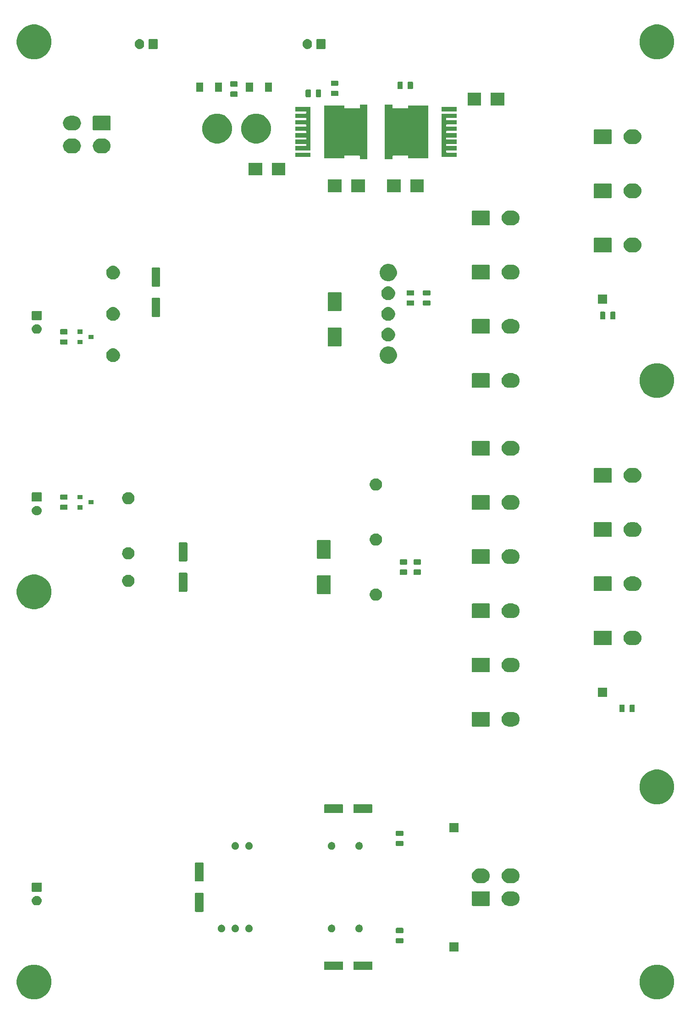
<source format=gbr>
G04 #@! TF.GenerationSoftware,KiCad,Pcbnew,(5.0.2)-1*
G04 #@! TF.CreationDate,2019-05-10T13:14:30+02:00*
G04 #@! TF.ProjectId,logika_main,6c6f6769-6b61-45f6-9d61-696e2e6b6963,rev?*
G04 #@! TF.SameCoordinates,Original*
G04 #@! TF.FileFunction,Soldermask,Bot*
G04 #@! TF.FilePolarity,Negative*
%FSLAX46Y46*%
G04 Gerber Fmt 4.6, Leading zero omitted, Abs format (unit mm)*
G04 Created by KiCad (PCBNEW (5.0.2)-1) date 10.05.2019 13:14:30*
%MOMM*%
%LPD*%
G01*
G04 APERTURE LIST*
%ADD10C,0.100000*%
G04 APERTURE END LIST*
D10*
G36*
X139427405Y-188818974D02*
X140009767Y-189060196D01*
X140533884Y-189410400D01*
X140979600Y-189856116D01*
X141329804Y-190380233D01*
X141571026Y-190962595D01*
X141694000Y-191580826D01*
X141694000Y-192211174D01*
X141571026Y-192829405D01*
X141329804Y-193411767D01*
X140979600Y-193935884D01*
X140533884Y-194381600D01*
X140009767Y-194731804D01*
X139427405Y-194973026D01*
X138809174Y-195096000D01*
X138178826Y-195096000D01*
X137560595Y-194973026D01*
X136978233Y-194731804D01*
X136454116Y-194381600D01*
X136008400Y-193935884D01*
X135658196Y-193411767D01*
X135416974Y-192829405D01*
X135294000Y-192211174D01*
X135294000Y-191580826D01*
X135416974Y-190962595D01*
X135658196Y-190380233D01*
X136008400Y-189856116D01*
X136454116Y-189410400D01*
X136978233Y-189060196D01*
X137560595Y-188818974D01*
X138178826Y-188696000D01*
X138809174Y-188696000D01*
X139427405Y-188818974D01*
X139427405Y-188818974D01*
G37*
G36*
X24427405Y-188818974D02*
X25009767Y-189060196D01*
X25533884Y-189410400D01*
X25979600Y-189856116D01*
X26329804Y-190380233D01*
X26571026Y-190962595D01*
X26694000Y-191580826D01*
X26694000Y-192211174D01*
X26571026Y-192829405D01*
X26329804Y-193411767D01*
X25979600Y-193935884D01*
X25533884Y-194381600D01*
X25009767Y-194731804D01*
X24427405Y-194973026D01*
X23809174Y-195096000D01*
X23178826Y-195096000D01*
X22560595Y-194973026D01*
X21978233Y-194731804D01*
X21454116Y-194381600D01*
X21008400Y-193935884D01*
X20658196Y-193411767D01*
X20416974Y-192829405D01*
X20294000Y-192211174D01*
X20294000Y-191580826D01*
X20416974Y-190962595D01*
X20658196Y-190380233D01*
X21008400Y-189856116D01*
X21454116Y-189410400D01*
X21978233Y-189060196D01*
X22560595Y-188818974D01*
X23178826Y-188696000D01*
X23809174Y-188696000D01*
X24427405Y-188818974D01*
X24427405Y-188818974D01*
G37*
G36*
X80411826Y-188099745D02*
X80442491Y-188109048D01*
X80470750Y-188124152D01*
X80495520Y-188144480D01*
X80515848Y-188169250D01*
X80530952Y-188197509D01*
X80540255Y-188228174D01*
X80544000Y-188266202D01*
X80544000Y-189525798D01*
X80540255Y-189563826D01*
X80530952Y-189594491D01*
X80515848Y-189622750D01*
X80495520Y-189647520D01*
X80470750Y-189667848D01*
X80442491Y-189682952D01*
X80411826Y-189692255D01*
X80373798Y-189696000D01*
X77214202Y-189696000D01*
X77176174Y-189692255D01*
X77145509Y-189682952D01*
X77117250Y-189667848D01*
X77092480Y-189647520D01*
X77072152Y-189622750D01*
X77057048Y-189594491D01*
X77047745Y-189563826D01*
X77044000Y-189525798D01*
X77044000Y-188266202D01*
X77047745Y-188228174D01*
X77057048Y-188197509D01*
X77072152Y-188169250D01*
X77092480Y-188144480D01*
X77117250Y-188124152D01*
X77145509Y-188109048D01*
X77176174Y-188099745D01*
X77214202Y-188096000D01*
X80373798Y-188096000D01*
X80411826Y-188099745D01*
X80411826Y-188099745D01*
G37*
G36*
X85811826Y-188099745D02*
X85842491Y-188109048D01*
X85870750Y-188124152D01*
X85895520Y-188144480D01*
X85915848Y-188169250D01*
X85930952Y-188197509D01*
X85940255Y-188228174D01*
X85944000Y-188266202D01*
X85944000Y-189525798D01*
X85940255Y-189563826D01*
X85930952Y-189594491D01*
X85915848Y-189622750D01*
X85895520Y-189647520D01*
X85870750Y-189667848D01*
X85842491Y-189682952D01*
X85811826Y-189692255D01*
X85773798Y-189696000D01*
X82614202Y-189696000D01*
X82576174Y-189692255D01*
X82545509Y-189682952D01*
X82517250Y-189667848D01*
X82492480Y-189647520D01*
X82472152Y-189622750D01*
X82457048Y-189594491D01*
X82447745Y-189563826D01*
X82444000Y-189525798D01*
X82444000Y-188266202D01*
X82447745Y-188228174D01*
X82457048Y-188197509D01*
X82472152Y-188169250D01*
X82492480Y-188144480D01*
X82517250Y-188124152D01*
X82545509Y-188109048D01*
X82576174Y-188099745D01*
X82614202Y-188096000D01*
X85773798Y-188096000D01*
X85811826Y-188099745D01*
X85811826Y-188099745D01*
G37*
G36*
X101844000Y-186246000D02*
X100144000Y-186246000D01*
X100144000Y-184546000D01*
X101844000Y-184546000D01*
X101844000Y-186246000D01*
X101844000Y-186246000D01*
G37*
G36*
X91547992Y-183787576D02*
X91581883Y-183797857D01*
X91613111Y-183814548D01*
X91640485Y-183837015D01*
X91662952Y-183864389D01*
X91679643Y-183895617D01*
X91689924Y-183929508D01*
X91694000Y-183970891D01*
X91694000Y-184571109D01*
X91689924Y-184612492D01*
X91679643Y-184646383D01*
X91662952Y-184677611D01*
X91640485Y-184704985D01*
X91613111Y-184727452D01*
X91581883Y-184744143D01*
X91547992Y-184754424D01*
X91506609Y-184758500D01*
X90481391Y-184758500D01*
X90440008Y-184754424D01*
X90406117Y-184744143D01*
X90374889Y-184727452D01*
X90347515Y-184704985D01*
X90325048Y-184677611D01*
X90308357Y-184646383D01*
X90298076Y-184612492D01*
X90294000Y-184571109D01*
X90294000Y-183970891D01*
X90298076Y-183929508D01*
X90308357Y-183895617D01*
X90325048Y-183864389D01*
X90347515Y-183837015D01*
X90374889Y-183814548D01*
X90406117Y-183797857D01*
X90440008Y-183787576D01*
X90481391Y-183783500D01*
X91506609Y-183783500D01*
X91547992Y-183787576D01*
X91547992Y-183787576D01*
G37*
G36*
X91547992Y-181912576D02*
X91581883Y-181922857D01*
X91613111Y-181939548D01*
X91640485Y-181962015D01*
X91662952Y-181989389D01*
X91679643Y-182020617D01*
X91689924Y-182054508D01*
X91694000Y-182095891D01*
X91694000Y-182696109D01*
X91689924Y-182737492D01*
X91679643Y-182771383D01*
X91662952Y-182802611D01*
X91640485Y-182829985D01*
X91613111Y-182852452D01*
X91581883Y-182869143D01*
X91547992Y-182879424D01*
X91506609Y-182883500D01*
X90481391Y-182883500D01*
X90440008Y-182879424D01*
X90406117Y-182869143D01*
X90374889Y-182852452D01*
X90347515Y-182829985D01*
X90325048Y-182802611D01*
X90308357Y-182771383D01*
X90298076Y-182737492D01*
X90294000Y-182696109D01*
X90294000Y-182095891D01*
X90298076Y-182054508D01*
X90308357Y-182020617D01*
X90325048Y-181989389D01*
X90347515Y-181962015D01*
X90374889Y-181939548D01*
X90406117Y-181922857D01*
X90440008Y-181912576D01*
X90481391Y-181908500D01*
X91506609Y-181908500D01*
X91547992Y-181912576D01*
X91547992Y-181912576D01*
G37*
G36*
X63378183Y-181342900D02*
X63505574Y-181395668D01*
X63620225Y-181472275D01*
X63717725Y-181569775D01*
X63794332Y-181684426D01*
X63847100Y-181811817D01*
X63874000Y-181947055D01*
X63874000Y-182084945D01*
X63847100Y-182220183D01*
X63794332Y-182347574D01*
X63717725Y-182462225D01*
X63620225Y-182559725D01*
X63505574Y-182636332D01*
X63378183Y-182689100D01*
X63242945Y-182716000D01*
X63105055Y-182716000D01*
X62969817Y-182689100D01*
X62842426Y-182636332D01*
X62727775Y-182559725D01*
X62630275Y-182462225D01*
X62553668Y-182347574D01*
X62500900Y-182220183D01*
X62474000Y-182084945D01*
X62474000Y-181947055D01*
X62500900Y-181811817D01*
X62553668Y-181684426D01*
X62630275Y-181569775D01*
X62727775Y-181472275D01*
X62842426Y-181395668D01*
X62969817Y-181342900D01*
X63105055Y-181316000D01*
X63242945Y-181316000D01*
X63378183Y-181342900D01*
X63378183Y-181342900D01*
G37*
G36*
X58298183Y-181342900D02*
X58425574Y-181395668D01*
X58540225Y-181472275D01*
X58637725Y-181569775D01*
X58714332Y-181684426D01*
X58767100Y-181811817D01*
X58794000Y-181947055D01*
X58794000Y-182084945D01*
X58767100Y-182220183D01*
X58714332Y-182347574D01*
X58637725Y-182462225D01*
X58540225Y-182559725D01*
X58425574Y-182636332D01*
X58298183Y-182689100D01*
X58162945Y-182716000D01*
X58025055Y-182716000D01*
X57889817Y-182689100D01*
X57762426Y-182636332D01*
X57647775Y-182559725D01*
X57550275Y-182462225D01*
X57473668Y-182347574D01*
X57420900Y-182220183D01*
X57394000Y-182084945D01*
X57394000Y-181947055D01*
X57420900Y-181811817D01*
X57473668Y-181684426D01*
X57550275Y-181569775D01*
X57647775Y-181472275D01*
X57762426Y-181395668D01*
X57889817Y-181342900D01*
X58025055Y-181316000D01*
X58162945Y-181316000D01*
X58298183Y-181342900D01*
X58298183Y-181342900D01*
G37*
G36*
X83718183Y-181342900D02*
X83845574Y-181395668D01*
X83960225Y-181472275D01*
X84057725Y-181569775D01*
X84134332Y-181684426D01*
X84187100Y-181811817D01*
X84214000Y-181947055D01*
X84214000Y-182084945D01*
X84187100Y-182220183D01*
X84134332Y-182347574D01*
X84057725Y-182462225D01*
X83960225Y-182559725D01*
X83845574Y-182636332D01*
X83718183Y-182689100D01*
X83582945Y-182716000D01*
X83445055Y-182716000D01*
X83309817Y-182689100D01*
X83182426Y-182636332D01*
X83067775Y-182559725D01*
X82970275Y-182462225D01*
X82893668Y-182347574D01*
X82840900Y-182220183D01*
X82814000Y-182084945D01*
X82814000Y-181947055D01*
X82840900Y-181811817D01*
X82893668Y-181684426D01*
X82970275Y-181569775D01*
X83067775Y-181472275D01*
X83182426Y-181395668D01*
X83309817Y-181342900D01*
X83445055Y-181316000D01*
X83582945Y-181316000D01*
X83718183Y-181342900D01*
X83718183Y-181342900D01*
G37*
G36*
X78638183Y-181342900D02*
X78765574Y-181395668D01*
X78880225Y-181472275D01*
X78977725Y-181569775D01*
X79054332Y-181684426D01*
X79107100Y-181811817D01*
X79134000Y-181947055D01*
X79134000Y-182084945D01*
X79107100Y-182220183D01*
X79054332Y-182347574D01*
X78977725Y-182462225D01*
X78880225Y-182559725D01*
X78765574Y-182636332D01*
X78638183Y-182689100D01*
X78502945Y-182716000D01*
X78365055Y-182716000D01*
X78229817Y-182689100D01*
X78102426Y-182636332D01*
X77987775Y-182559725D01*
X77890275Y-182462225D01*
X77813668Y-182347574D01*
X77760900Y-182220183D01*
X77734000Y-182084945D01*
X77734000Y-181947055D01*
X77760900Y-181811817D01*
X77813668Y-181684426D01*
X77890275Y-181569775D01*
X77987775Y-181472275D01*
X78102426Y-181395668D01*
X78229817Y-181342900D01*
X78365055Y-181316000D01*
X78502945Y-181316000D01*
X78638183Y-181342900D01*
X78638183Y-181342900D01*
G37*
G36*
X60838183Y-181342900D02*
X60965574Y-181395668D01*
X61080225Y-181472275D01*
X61177725Y-181569775D01*
X61254332Y-181684426D01*
X61307100Y-181811817D01*
X61334000Y-181947055D01*
X61334000Y-182084945D01*
X61307100Y-182220183D01*
X61254332Y-182347574D01*
X61177725Y-182462225D01*
X61080225Y-182559725D01*
X60965574Y-182636332D01*
X60838183Y-182689100D01*
X60702945Y-182716000D01*
X60565055Y-182716000D01*
X60429817Y-182689100D01*
X60302426Y-182636332D01*
X60187775Y-182559725D01*
X60090275Y-182462225D01*
X60013668Y-182347574D01*
X59960900Y-182220183D01*
X59934000Y-182084945D01*
X59934000Y-181947055D01*
X59960900Y-181811817D01*
X60013668Y-181684426D01*
X60090275Y-181569775D01*
X60187775Y-181472275D01*
X60302426Y-181395668D01*
X60429817Y-181342900D01*
X60565055Y-181316000D01*
X60702945Y-181316000D01*
X60838183Y-181342900D01*
X60838183Y-181342900D01*
G37*
G36*
X54661826Y-175449745D02*
X54692491Y-175459048D01*
X54720750Y-175474152D01*
X54745520Y-175494480D01*
X54765848Y-175519250D01*
X54780952Y-175547509D01*
X54790255Y-175578174D01*
X54794000Y-175616202D01*
X54794000Y-178775798D01*
X54790255Y-178813826D01*
X54780952Y-178844491D01*
X54765848Y-178872750D01*
X54745520Y-178897520D01*
X54720750Y-178917848D01*
X54692491Y-178932952D01*
X54661826Y-178942255D01*
X54623798Y-178946000D01*
X53364202Y-178946000D01*
X53326174Y-178942255D01*
X53295509Y-178932952D01*
X53267250Y-178917848D01*
X53242480Y-178897520D01*
X53222152Y-178872750D01*
X53207048Y-178844491D01*
X53197745Y-178813826D01*
X53194000Y-178775798D01*
X53194000Y-175616202D01*
X53197745Y-175578174D01*
X53207048Y-175547509D01*
X53222152Y-175519250D01*
X53242480Y-175494480D01*
X53267250Y-175474152D01*
X53295509Y-175459048D01*
X53326174Y-175449745D01*
X53364202Y-175446000D01*
X54623798Y-175446000D01*
X54661826Y-175449745D01*
X54661826Y-175449745D01*
G37*
G36*
X107524637Y-175149439D02*
X107552313Y-175157835D01*
X107577821Y-175171470D01*
X107600181Y-175189819D01*
X107618530Y-175212179D01*
X107632165Y-175237687D01*
X107640561Y-175265363D01*
X107644000Y-175300287D01*
X107644000Y-177691713D01*
X107640561Y-177726637D01*
X107632165Y-177754313D01*
X107618530Y-177779821D01*
X107600181Y-177802181D01*
X107577821Y-177820530D01*
X107552313Y-177834165D01*
X107524637Y-177842561D01*
X107489713Y-177846000D01*
X104498287Y-177846000D01*
X104463363Y-177842561D01*
X104435687Y-177834165D01*
X104410179Y-177820530D01*
X104387819Y-177802181D01*
X104369470Y-177779821D01*
X104355835Y-177754313D01*
X104347439Y-177726637D01*
X104344000Y-177691713D01*
X104344000Y-175300287D01*
X104347439Y-175265363D01*
X104355835Y-175237687D01*
X104369470Y-175212179D01*
X104387819Y-175189819D01*
X104410179Y-175171470D01*
X104435687Y-175157835D01*
X104463363Y-175149439D01*
X104498287Y-175146000D01*
X107489713Y-175146000D01*
X107524637Y-175149439D01*
X107524637Y-175149439D01*
G37*
G36*
X112058646Y-175165533D02*
X112313122Y-175242728D01*
X112547649Y-175368085D01*
X112753213Y-175536787D01*
X112921915Y-175742351D01*
X113047272Y-175976878D01*
X113124467Y-176231354D01*
X113150532Y-176496000D01*
X113124467Y-176760646D01*
X113047272Y-177015122D01*
X112921915Y-177249649D01*
X112753213Y-177455213D01*
X112547649Y-177623915D01*
X112313122Y-177749272D01*
X112058646Y-177826467D01*
X111860321Y-177846000D01*
X111127679Y-177846000D01*
X110929354Y-177826467D01*
X110674878Y-177749272D01*
X110440351Y-177623915D01*
X110234787Y-177455213D01*
X110066085Y-177249649D01*
X109940728Y-177015122D01*
X109863533Y-176760646D01*
X109837468Y-176496000D01*
X109863533Y-176231354D01*
X109940728Y-175976878D01*
X110066085Y-175742351D01*
X110234787Y-175536787D01*
X110440351Y-175368085D01*
X110674878Y-175242728D01*
X110929354Y-175165533D01*
X111127679Y-175146000D01*
X111860321Y-175146000D01*
X112058646Y-175165533D01*
X112058646Y-175165533D01*
G37*
G36*
X24235630Y-176058299D02*
X24395855Y-176106903D01*
X24543520Y-176185831D01*
X24672949Y-176292051D01*
X24779169Y-176421480D01*
X24858097Y-176569145D01*
X24906701Y-176729370D01*
X24923112Y-176896000D01*
X24906701Y-177062630D01*
X24858097Y-177222855D01*
X24779169Y-177370520D01*
X24672949Y-177499949D01*
X24543520Y-177606169D01*
X24395855Y-177685097D01*
X24235630Y-177733701D01*
X24110752Y-177746000D01*
X23877248Y-177746000D01*
X23752370Y-177733701D01*
X23592145Y-177685097D01*
X23444480Y-177606169D01*
X23315051Y-177499949D01*
X23208831Y-177370520D01*
X23129903Y-177222855D01*
X23081299Y-177062630D01*
X23064888Y-176896000D01*
X23081299Y-176729370D01*
X23129903Y-176569145D01*
X23208831Y-176421480D01*
X23315051Y-176292051D01*
X23444480Y-176185831D01*
X23592145Y-176106903D01*
X23752370Y-176058299D01*
X23877248Y-176046000D01*
X24110752Y-176046000D01*
X24235630Y-176058299D01*
X24235630Y-176058299D01*
G37*
G36*
X24788675Y-173549701D02*
X24818907Y-173558872D01*
X24846769Y-173573765D01*
X24871192Y-173593808D01*
X24891235Y-173618231D01*
X24906128Y-173646093D01*
X24915299Y-173676325D01*
X24919000Y-173713905D01*
X24919000Y-175078095D01*
X24915299Y-175115675D01*
X24906128Y-175145907D01*
X24891235Y-175173769D01*
X24871192Y-175198192D01*
X24846769Y-175218235D01*
X24818907Y-175233128D01*
X24788675Y-175242299D01*
X24751095Y-175246000D01*
X23236905Y-175246000D01*
X23199325Y-175242299D01*
X23169093Y-175233128D01*
X23141231Y-175218235D01*
X23116808Y-175198192D01*
X23096765Y-175173769D01*
X23081872Y-175145907D01*
X23072701Y-175115675D01*
X23069000Y-175078095D01*
X23069000Y-173713905D01*
X23072701Y-173676325D01*
X23081872Y-173646093D01*
X23096765Y-173618231D01*
X23116808Y-173593808D01*
X23141231Y-173573765D01*
X23169093Y-173558872D01*
X23199325Y-173549701D01*
X23236905Y-173546000D01*
X24751095Y-173546000D01*
X24788675Y-173549701D01*
X24788675Y-173549701D01*
G37*
G36*
X106558646Y-170965533D02*
X106813122Y-171042728D01*
X107047649Y-171168085D01*
X107253213Y-171336787D01*
X107421915Y-171542351D01*
X107547272Y-171776878D01*
X107624467Y-172031354D01*
X107650532Y-172296000D01*
X107624467Y-172560646D01*
X107547272Y-172815122D01*
X107421915Y-173049649D01*
X107253213Y-173255213D01*
X107047649Y-173423915D01*
X106813122Y-173549272D01*
X106558646Y-173626467D01*
X106360321Y-173646000D01*
X105627679Y-173646000D01*
X105429354Y-173626467D01*
X105174878Y-173549272D01*
X104940351Y-173423915D01*
X104734787Y-173255213D01*
X104566085Y-173049649D01*
X104440728Y-172815122D01*
X104363533Y-172560646D01*
X104337468Y-172296000D01*
X104363533Y-172031354D01*
X104440728Y-171776878D01*
X104566085Y-171542351D01*
X104734787Y-171336787D01*
X104940351Y-171168085D01*
X105174878Y-171042728D01*
X105429354Y-170965533D01*
X105627679Y-170946000D01*
X106360321Y-170946000D01*
X106558646Y-170965533D01*
X106558646Y-170965533D01*
G37*
G36*
X112058646Y-170965533D02*
X112313122Y-171042728D01*
X112547649Y-171168085D01*
X112753213Y-171336787D01*
X112921915Y-171542351D01*
X113047272Y-171776878D01*
X113124467Y-172031354D01*
X113150532Y-172296000D01*
X113124467Y-172560646D01*
X113047272Y-172815122D01*
X112921915Y-173049649D01*
X112753213Y-173255213D01*
X112547649Y-173423915D01*
X112313122Y-173549272D01*
X112058646Y-173626467D01*
X111860321Y-173646000D01*
X111127679Y-173646000D01*
X110929354Y-173626467D01*
X110674878Y-173549272D01*
X110440351Y-173423915D01*
X110234787Y-173255213D01*
X110066085Y-173049649D01*
X109940728Y-172815122D01*
X109863533Y-172560646D01*
X109837468Y-172296000D01*
X109863533Y-172031354D01*
X109940728Y-171776878D01*
X110066085Y-171542351D01*
X110234787Y-171336787D01*
X110440351Y-171168085D01*
X110674878Y-171042728D01*
X110929354Y-170965533D01*
X111127679Y-170946000D01*
X111860321Y-170946000D01*
X112058646Y-170965533D01*
X112058646Y-170965533D01*
G37*
G36*
X54661826Y-169849745D02*
X54692491Y-169859048D01*
X54720750Y-169874152D01*
X54745520Y-169894480D01*
X54765848Y-169919250D01*
X54780952Y-169947509D01*
X54790255Y-169978174D01*
X54794000Y-170016202D01*
X54794000Y-173175798D01*
X54790255Y-173213826D01*
X54780952Y-173244491D01*
X54765848Y-173272750D01*
X54745520Y-173297520D01*
X54720750Y-173317848D01*
X54692491Y-173332952D01*
X54661826Y-173342255D01*
X54623798Y-173346000D01*
X53364202Y-173346000D01*
X53326174Y-173342255D01*
X53295509Y-173332952D01*
X53267250Y-173317848D01*
X53242480Y-173297520D01*
X53222152Y-173272750D01*
X53207048Y-173244491D01*
X53197745Y-173213826D01*
X53194000Y-173175798D01*
X53194000Y-170016202D01*
X53197745Y-169978174D01*
X53207048Y-169947509D01*
X53222152Y-169919250D01*
X53242480Y-169894480D01*
X53267250Y-169874152D01*
X53295509Y-169859048D01*
X53326174Y-169849745D01*
X53364202Y-169846000D01*
X54623798Y-169846000D01*
X54661826Y-169849745D01*
X54661826Y-169849745D01*
G37*
G36*
X63378183Y-166102900D02*
X63505574Y-166155668D01*
X63620225Y-166232275D01*
X63717725Y-166329775D01*
X63794332Y-166444426D01*
X63847100Y-166571817D01*
X63874000Y-166707055D01*
X63874000Y-166844945D01*
X63847100Y-166980183D01*
X63794332Y-167107574D01*
X63717725Y-167222225D01*
X63620225Y-167319725D01*
X63505574Y-167396332D01*
X63378183Y-167449100D01*
X63242945Y-167476000D01*
X63105055Y-167476000D01*
X62969817Y-167449100D01*
X62842426Y-167396332D01*
X62727775Y-167319725D01*
X62630275Y-167222225D01*
X62553668Y-167107574D01*
X62500900Y-166980183D01*
X62474000Y-166844945D01*
X62474000Y-166707055D01*
X62500900Y-166571817D01*
X62553668Y-166444426D01*
X62630275Y-166329775D01*
X62727775Y-166232275D01*
X62842426Y-166155668D01*
X62969817Y-166102900D01*
X63105055Y-166076000D01*
X63242945Y-166076000D01*
X63378183Y-166102900D01*
X63378183Y-166102900D01*
G37*
G36*
X60838183Y-166102900D02*
X60965574Y-166155668D01*
X61080225Y-166232275D01*
X61177725Y-166329775D01*
X61254332Y-166444426D01*
X61307100Y-166571817D01*
X61334000Y-166707055D01*
X61334000Y-166844945D01*
X61307100Y-166980183D01*
X61254332Y-167107574D01*
X61177725Y-167222225D01*
X61080225Y-167319725D01*
X60965574Y-167396332D01*
X60838183Y-167449100D01*
X60702945Y-167476000D01*
X60565055Y-167476000D01*
X60429817Y-167449100D01*
X60302426Y-167396332D01*
X60187775Y-167319725D01*
X60090275Y-167222225D01*
X60013668Y-167107574D01*
X59960900Y-166980183D01*
X59934000Y-166844945D01*
X59934000Y-166707055D01*
X59960900Y-166571817D01*
X60013668Y-166444426D01*
X60090275Y-166329775D01*
X60187775Y-166232275D01*
X60302426Y-166155668D01*
X60429817Y-166102900D01*
X60565055Y-166076000D01*
X60702945Y-166076000D01*
X60838183Y-166102900D01*
X60838183Y-166102900D01*
G37*
G36*
X83718183Y-166102900D02*
X83845574Y-166155668D01*
X83960225Y-166232275D01*
X84057725Y-166329775D01*
X84134332Y-166444426D01*
X84187100Y-166571817D01*
X84214000Y-166707055D01*
X84214000Y-166844945D01*
X84187100Y-166980183D01*
X84134332Y-167107574D01*
X84057725Y-167222225D01*
X83960225Y-167319725D01*
X83845574Y-167396332D01*
X83718183Y-167449100D01*
X83582945Y-167476000D01*
X83445055Y-167476000D01*
X83309817Y-167449100D01*
X83182426Y-167396332D01*
X83067775Y-167319725D01*
X82970275Y-167222225D01*
X82893668Y-167107574D01*
X82840900Y-166980183D01*
X82814000Y-166844945D01*
X82814000Y-166707055D01*
X82840900Y-166571817D01*
X82893668Y-166444426D01*
X82970275Y-166329775D01*
X83067775Y-166232275D01*
X83182426Y-166155668D01*
X83309817Y-166102900D01*
X83445055Y-166076000D01*
X83582945Y-166076000D01*
X83718183Y-166102900D01*
X83718183Y-166102900D01*
G37*
G36*
X78638183Y-166102900D02*
X78765574Y-166155668D01*
X78880225Y-166232275D01*
X78977725Y-166329775D01*
X79054332Y-166444426D01*
X79107100Y-166571817D01*
X79134000Y-166707055D01*
X79134000Y-166844945D01*
X79107100Y-166980183D01*
X79054332Y-167107574D01*
X78977725Y-167222225D01*
X78880225Y-167319725D01*
X78765574Y-167396332D01*
X78638183Y-167449100D01*
X78502945Y-167476000D01*
X78365055Y-167476000D01*
X78229817Y-167449100D01*
X78102426Y-167396332D01*
X77987775Y-167319725D01*
X77890275Y-167222225D01*
X77813668Y-167107574D01*
X77760900Y-166980183D01*
X77734000Y-166844945D01*
X77734000Y-166707055D01*
X77760900Y-166571817D01*
X77813668Y-166444426D01*
X77890275Y-166329775D01*
X77987775Y-166232275D01*
X78102426Y-166155668D01*
X78229817Y-166102900D01*
X78365055Y-166076000D01*
X78502945Y-166076000D01*
X78638183Y-166102900D01*
X78638183Y-166102900D01*
G37*
G36*
X91547992Y-165850076D02*
X91581883Y-165860357D01*
X91613111Y-165877048D01*
X91640485Y-165899515D01*
X91662952Y-165926889D01*
X91679643Y-165958117D01*
X91689924Y-165992008D01*
X91694000Y-166033391D01*
X91694000Y-166633609D01*
X91689924Y-166674992D01*
X91679643Y-166708883D01*
X91662952Y-166740111D01*
X91640485Y-166767485D01*
X91613111Y-166789952D01*
X91581883Y-166806643D01*
X91547992Y-166816924D01*
X91506609Y-166821000D01*
X90481391Y-166821000D01*
X90440008Y-166816924D01*
X90406117Y-166806643D01*
X90374889Y-166789952D01*
X90347515Y-166767485D01*
X90325048Y-166740111D01*
X90308357Y-166708883D01*
X90298076Y-166674992D01*
X90294000Y-166633609D01*
X90294000Y-166033391D01*
X90298076Y-165992008D01*
X90308357Y-165958117D01*
X90325048Y-165926889D01*
X90347515Y-165899515D01*
X90374889Y-165877048D01*
X90406117Y-165860357D01*
X90440008Y-165850076D01*
X90481391Y-165846000D01*
X91506609Y-165846000D01*
X91547992Y-165850076D01*
X91547992Y-165850076D01*
G37*
G36*
X91547992Y-163975076D02*
X91581883Y-163985357D01*
X91613111Y-164002048D01*
X91640485Y-164024515D01*
X91662952Y-164051889D01*
X91679643Y-164083117D01*
X91689924Y-164117008D01*
X91694000Y-164158391D01*
X91694000Y-164758609D01*
X91689924Y-164799992D01*
X91679643Y-164833883D01*
X91662952Y-164865111D01*
X91640485Y-164892485D01*
X91613111Y-164914952D01*
X91581883Y-164931643D01*
X91547992Y-164941924D01*
X91506609Y-164946000D01*
X90481391Y-164946000D01*
X90440008Y-164941924D01*
X90406117Y-164931643D01*
X90374889Y-164914952D01*
X90347515Y-164892485D01*
X90325048Y-164865111D01*
X90308357Y-164833883D01*
X90298076Y-164799992D01*
X90294000Y-164758609D01*
X90294000Y-164158391D01*
X90298076Y-164117008D01*
X90308357Y-164083117D01*
X90325048Y-164051889D01*
X90347515Y-164024515D01*
X90374889Y-164002048D01*
X90406117Y-163985357D01*
X90440008Y-163975076D01*
X90481391Y-163971000D01*
X91506609Y-163971000D01*
X91547992Y-163975076D01*
X91547992Y-163975076D01*
G37*
G36*
X101844000Y-164246000D02*
X100144000Y-164246000D01*
X100144000Y-162546000D01*
X101844000Y-162546000D01*
X101844000Y-164246000D01*
X101844000Y-164246000D01*
G37*
G36*
X85811826Y-159099745D02*
X85842491Y-159109048D01*
X85870750Y-159124152D01*
X85895520Y-159144480D01*
X85915848Y-159169250D01*
X85930952Y-159197509D01*
X85940255Y-159228174D01*
X85944000Y-159266202D01*
X85944000Y-160525798D01*
X85940255Y-160563826D01*
X85930952Y-160594491D01*
X85915848Y-160622750D01*
X85895520Y-160647520D01*
X85870750Y-160667848D01*
X85842491Y-160682952D01*
X85811826Y-160692255D01*
X85773798Y-160696000D01*
X82614202Y-160696000D01*
X82576174Y-160692255D01*
X82545509Y-160682952D01*
X82517250Y-160667848D01*
X82492480Y-160647520D01*
X82472152Y-160622750D01*
X82457048Y-160594491D01*
X82447745Y-160563826D01*
X82444000Y-160525798D01*
X82444000Y-159266202D01*
X82447745Y-159228174D01*
X82457048Y-159197509D01*
X82472152Y-159169250D01*
X82492480Y-159144480D01*
X82517250Y-159124152D01*
X82545509Y-159109048D01*
X82576174Y-159099745D01*
X82614202Y-159096000D01*
X85773798Y-159096000D01*
X85811826Y-159099745D01*
X85811826Y-159099745D01*
G37*
G36*
X80411826Y-159099745D02*
X80442491Y-159109048D01*
X80470750Y-159124152D01*
X80495520Y-159144480D01*
X80515848Y-159169250D01*
X80530952Y-159197509D01*
X80540255Y-159228174D01*
X80544000Y-159266202D01*
X80544000Y-160525798D01*
X80540255Y-160563826D01*
X80530952Y-160594491D01*
X80515848Y-160622750D01*
X80495520Y-160647520D01*
X80470750Y-160667848D01*
X80442491Y-160682952D01*
X80411826Y-160692255D01*
X80373798Y-160696000D01*
X77214202Y-160696000D01*
X77176174Y-160692255D01*
X77145509Y-160682952D01*
X77117250Y-160667848D01*
X77092480Y-160647520D01*
X77072152Y-160622750D01*
X77057048Y-160594491D01*
X77047745Y-160563826D01*
X77044000Y-160525798D01*
X77044000Y-159266202D01*
X77047745Y-159228174D01*
X77057048Y-159197509D01*
X77072152Y-159169250D01*
X77092480Y-159144480D01*
X77117250Y-159124152D01*
X77145509Y-159109048D01*
X77176174Y-159099745D01*
X77214202Y-159096000D01*
X80373798Y-159096000D01*
X80411826Y-159099745D01*
X80411826Y-159099745D01*
G37*
G36*
X139427405Y-152818974D02*
X140009767Y-153060196D01*
X140533884Y-153410400D01*
X140979600Y-153856116D01*
X141329804Y-154380233D01*
X141571026Y-154962595D01*
X141694000Y-155580826D01*
X141694000Y-156211174D01*
X141571026Y-156829405D01*
X141329804Y-157411767D01*
X140979600Y-157935884D01*
X140533884Y-158381600D01*
X140009767Y-158731804D01*
X139427405Y-158973026D01*
X138809174Y-159096000D01*
X138178826Y-159096000D01*
X137560595Y-158973026D01*
X136978233Y-158731804D01*
X136454116Y-158381600D01*
X136008400Y-157935884D01*
X135658196Y-157411767D01*
X135416974Y-156829405D01*
X135294000Y-156211174D01*
X135294000Y-155580826D01*
X135416974Y-154962595D01*
X135658196Y-154380233D01*
X136008400Y-153856116D01*
X136454116Y-153410400D01*
X136978233Y-153060196D01*
X137560595Y-152818974D01*
X138178826Y-152696000D01*
X138809174Y-152696000D01*
X139427405Y-152818974D01*
X139427405Y-152818974D01*
G37*
G36*
X107524637Y-142049439D02*
X107552313Y-142057835D01*
X107577821Y-142071470D01*
X107600181Y-142089819D01*
X107618530Y-142112179D01*
X107632165Y-142137687D01*
X107640561Y-142165363D01*
X107644000Y-142200287D01*
X107644000Y-144591713D01*
X107640561Y-144626637D01*
X107632165Y-144654313D01*
X107618530Y-144679821D01*
X107600181Y-144702181D01*
X107577821Y-144720530D01*
X107552313Y-144734165D01*
X107524637Y-144742561D01*
X107489713Y-144746000D01*
X104498287Y-144746000D01*
X104463363Y-144742561D01*
X104435687Y-144734165D01*
X104410179Y-144720530D01*
X104387819Y-144702181D01*
X104369470Y-144679821D01*
X104355835Y-144654313D01*
X104347439Y-144626637D01*
X104344000Y-144591713D01*
X104344000Y-142200287D01*
X104347439Y-142165363D01*
X104355835Y-142137687D01*
X104369470Y-142112179D01*
X104387819Y-142089819D01*
X104410179Y-142071470D01*
X104435687Y-142057835D01*
X104463363Y-142049439D01*
X104498287Y-142046000D01*
X107489713Y-142046000D01*
X107524637Y-142049439D01*
X107524637Y-142049439D01*
G37*
G36*
X112058646Y-142065533D02*
X112313122Y-142142728D01*
X112547649Y-142268085D01*
X112753213Y-142436787D01*
X112921915Y-142642351D01*
X113047272Y-142876878D01*
X113124467Y-143131354D01*
X113150532Y-143396000D01*
X113124467Y-143660646D01*
X113047272Y-143915122D01*
X112921915Y-144149649D01*
X112753213Y-144355213D01*
X112547649Y-144523915D01*
X112313122Y-144649272D01*
X112058646Y-144726467D01*
X111860321Y-144746000D01*
X111127679Y-144746000D01*
X110929354Y-144726467D01*
X110674878Y-144649272D01*
X110440351Y-144523915D01*
X110234787Y-144355213D01*
X110066085Y-144149649D01*
X109940728Y-143915122D01*
X109863533Y-143660646D01*
X109837468Y-143396000D01*
X109863533Y-143131354D01*
X109940728Y-142876878D01*
X110066085Y-142642351D01*
X110234787Y-142436787D01*
X110440351Y-142268085D01*
X110674878Y-142142728D01*
X110929354Y-142065533D01*
X111127679Y-142046000D01*
X111860321Y-142046000D01*
X112058646Y-142065533D01*
X112058646Y-142065533D01*
G37*
G36*
X132397992Y-140700076D02*
X132431883Y-140710357D01*
X132463111Y-140727048D01*
X132490485Y-140749515D01*
X132512952Y-140776889D01*
X132529643Y-140808117D01*
X132539924Y-140842008D01*
X132544000Y-140883391D01*
X132544000Y-141908609D01*
X132539924Y-141949992D01*
X132529643Y-141983883D01*
X132512952Y-142015111D01*
X132490485Y-142042485D01*
X132463111Y-142064952D01*
X132431883Y-142081643D01*
X132397992Y-142091924D01*
X132356609Y-142096000D01*
X131756391Y-142096000D01*
X131715008Y-142091924D01*
X131681117Y-142081643D01*
X131649889Y-142064952D01*
X131622515Y-142042485D01*
X131600048Y-142015111D01*
X131583357Y-141983883D01*
X131573076Y-141949992D01*
X131569000Y-141908609D01*
X131569000Y-140883391D01*
X131573076Y-140842008D01*
X131583357Y-140808117D01*
X131600048Y-140776889D01*
X131622515Y-140749515D01*
X131649889Y-140727048D01*
X131681117Y-140710357D01*
X131715008Y-140700076D01*
X131756391Y-140696000D01*
X132356609Y-140696000D01*
X132397992Y-140700076D01*
X132397992Y-140700076D01*
G37*
G36*
X134272992Y-140700076D02*
X134306883Y-140710357D01*
X134338111Y-140727048D01*
X134365485Y-140749515D01*
X134387952Y-140776889D01*
X134404643Y-140808117D01*
X134414924Y-140842008D01*
X134419000Y-140883391D01*
X134419000Y-141908609D01*
X134414924Y-141949992D01*
X134404643Y-141983883D01*
X134387952Y-142015111D01*
X134365485Y-142042485D01*
X134338111Y-142064952D01*
X134306883Y-142081643D01*
X134272992Y-142091924D01*
X134231609Y-142096000D01*
X133631391Y-142096000D01*
X133590008Y-142091924D01*
X133556117Y-142081643D01*
X133524889Y-142064952D01*
X133497515Y-142042485D01*
X133475048Y-142015111D01*
X133458357Y-141983883D01*
X133448076Y-141949992D01*
X133444000Y-141908609D01*
X133444000Y-140883391D01*
X133448076Y-140842008D01*
X133458357Y-140808117D01*
X133475048Y-140776889D01*
X133497515Y-140749515D01*
X133524889Y-140727048D01*
X133556117Y-140710357D01*
X133590008Y-140700076D01*
X133631391Y-140696000D01*
X134231609Y-140696000D01*
X134272992Y-140700076D01*
X134272992Y-140700076D01*
G37*
G36*
X129344000Y-139246000D02*
X127644000Y-139246000D01*
X127644000Y-137546000D01*
X129344000Y-137546000D01*
X129344000Y-139246000D01*
X129344000Y-139246000D01*
G37*
G36*
X107524637Y-132049439D02*
X107552313Y-132057835D01*
X107577821Y-132071470D01*
X107600181Y-132089819D01*
X107618530Y-132112179D01*
X107632165Y-132137687D01*
X107640561Y-132165363D01*
X107644000Y-132200287D01*
X107644000Y-134591713D01*
X107640561Y-134626637D01*
X107632165Y-134654313D01*
X107618530Y-134679821D01*
X107600181Y-134702181D01*
X107577821Y-134720530D01*
X107552313Y-134734165D01*
X107524637Y-134742561D01*
X107489713Y-134746000D01*
X104498287Y-134746000D01*
X104463363Y-134742561D01*
X104435687Y-134734165D01*
X104410179Y-134720530D01*
X104387819Y-134702181D01*
X104369470Y-134679821D01*
X104355835Y-134654313D01*
X104347439Y-134626637D01*
X104344000Y-134591713D01*
X104344000Y-132200287D01*
X104347439Y-132165363D01*
X104355835Y-132137687D01*
X104369470Y-132112179D01*
X104387819Y-132089819D01*
X104410179Y-132071470D01*
X104435687Y-132057835D01*
X104463363Y-132049439D01*
X104498287Y-132046000D01*
X107489713Y-132046000D01*
X107524637Y-132049439D01*
X107524637Y-132049439D01*
G37*
G36*
X112058646Y-132065533D02*
X112313122Y-132142728D01*
X112547649Y-132268085D01*
X112753213Y-132436787D01*
X112921915Y-132642351D01*
X113047272Y-132876878D01*
X113124467Y-133131354D01*
X113150532Y-133396000D01*
X113124467Y-133660646D01*
X113047272Y-133915122D01*
X112921915Y-134149649D01*
X112753213Y-134355213D01*
X112547649Y-134523915D01*
X112313122Y-134649272D01*
X112058646Y-134726467D01*
X111860321Y-134746000D01*
X111127679Y-134746000D01*
X110929354Y-134726467D01*
X110674878Y-134649272D01*
X110440351Y-134523915D01*
X110234787Y-134355213D01*
X110066085Y-134149649D01*
X109940728Y-133915122D01*
X109863533Y-133660646D01*
X109837468Y-133396000D01*
X109863533Y-133131354D01*
X109940728Y-132876878D01*
X110066085Y-132642351D01*
X110234787Y-132436787D01*
X110440351Y-132268085D01*
X110674878Y-132142728D01*
X110929354Y-132065533D01*
X111127679Y-132046000D01*
X111860321Y-132046000D01*
X112058646Y-132065533D01*
X112058646Y-132065533D01*
G37*
G36*
X134558646Y-127065533D02*
X134813122Y-127142728D01*
X135047649Y-127268085D01*
X135253213Y-127436787D01*
X135421915Y-127642351D01*
X135547272Y-127876878D01*
X135624467Y-128131354D01*
X135650532Y-128396000D01*
X135624467Y-128660646D01*
X135547272Y-128915122D01*
X135421915Y-129149649D01*
X135253213Y-129355213D01*
X135047649Y-129523915D01*
X134813122Y-129649272D01*
X134558646Y-129726467D01*
X134360321Y-129746000D01*
X133627679Y-129746000D01*
X133429354Y-129726467D01*
X133174878Y-129649272D01*
X132940351Y-129523915D01*
X132734787Y-129355213D01*
X132566085Y-129149649D01*
X132440728Y-128915122D01*
X132363533Y-128660646D01*
X132337468Y-128396000D01*
X132363533Y-128131354D01*
X132440728Y-127876878D01*
X132566085Y-127642351D01*
X132734787Y-127436787D01*
X132940351Y-127268085D01*
X133174878Y-127142728D01*
X133429354Y-127065533D01*
X133627679Y-127046000D01*
X134360321Y-127046000D01*
X134558646Y-127065533D01*
X134558646Y-127065533D01*
G37*
G36*
X130024637Y-127049439D02*
X130052313Y-127057835D01*
X130077821Y-127071470D01*
X130100181Y-127089819D01*
X130118530Y-127112179D01*
X130132165Y-127137687D01*
X130140561Y-127165363D01*
X130144000Y-127200287D01*
X130144000Y-129591713D01*
X130140561Y-129626637D01*
X130132165Y-129654313D01*
X130118530Y-129679821D01*
X130100181Y-129702181D01*
X130077821Y-129720530D01*
X130052313Y-129734165D01*
X130024637Y-129742561D01*
X129989713Y-129746000D01*
X126998287Y-129746000D01*
X126963363Y-129742561D01*
X126935687Y-129734165D01*
X126910179Y-129720530D01*
X126887819Y-129702181D01*
X126869470Y-129679821D01*
X126855835Y-129654313D01*
X126847439Y-129626637D01*
X126844000Y-129591713D01*
X126844000Y-127200287D01*
X126847439Y-127165363D01*
X126855835Y-127137687D01*
X126869470Y-127112179D01*
X126887819Y-127089819D01*
X126910179Y-127071470D01*
X126935687Y-127057835D01*
X126963363Y-127049439D01*
X126998287Y-127046000D01*
X129989713Y-127046000D01*
X130024637Y-127049439D01*
X130024637Y-127049439D01*
G37*
G36*
X107524637Y-122049439D02*
X107552313Y-122057835D01*
X107577821Y-122071470D01*
X107600181Y-122089819D01*
X107618530Y-122112179D01*
X107632165Y-122137687D01*
X107640561Y-122165363D01*
X107644000Y-122200287D01*
X107644000Y-124591713D01*
X107640561Y-124626637D01*
X107632165Y-124654313D01*
X107618530Y-124679821D01*
X107600181Y-124702181D01*
X107577821Y-124720530D01*
X107552313Y-124734165D01*
X107524637Y-124742561D01*
X107489713Y-124746000D01*
X104498287Y-124746000D01*
X104463363Y-124742561D01*
X104435687Y-124734165D01*
X104410179Y-124720530D01*
X104387819Y-124702181D01*
X104369470Y-124679821D01*
X104355835Y-124654313D01*
X104347439Y-124626637D01*
X104344000Y-124591713D01*
X104344000Y-122200287D01*
X104347439Y-122165363D01*
X104355835Y-122137687D01*
X104369470Y-122112179D01*
X104387819Y-122089819D01*
X104410179Y-122071470D01*
X104435687Y-122057835D01*
X104463363Y-122049439D01*
X104498287Y-122046000D01*
X107489713Y-122046000D01*
X107524637Y-122049439D01*
X107524637Y-122049439D01*
G37*
G36*
X112058646Y-122065533D02*
X112313122Y-122142728D01*
X112547649Y-122268085D01*
X112753213Y-122436787D01*
X112921915Y-122642351D01*
X113047272Y-122876878D01*
X113124467Y-123131354D01*
X113150532Y-123396000D01*
X113124467Y-123660646D01*
X113047272Y-123915122D01*
X112921915Y-124149649D01*
X112753213Y-124355213D01*
X112547649Y-124523915D01*
X112313122Y-124649272D01*
X112058646Y-124726467D01*
X111860321Y-124746000D01*
X111127679Y-124746000D01*
X110929354Y-124726467D01*
X110674878Y-124649272D01*
X110440351Y-124523915D01*
X110234787Y-124355213D01*
X110066085Y-124149649D01*
X109940728Y-123915122D01*
X109863533Y-123660646D01*
X109837468Y-123396000D01*
X109863533Y-123131354D01*
X109940728Y-122876878D01*
X110066085Y-122642351D01*
X110234787Y-122436787D01*
X110440351Y-122268085D01*
X110674878Y-122142728D01*
X110929354Y-122065533D01*
X111127679Y-122046000D01*
X111860321Y-122046000D01*
X112058646Y-122065533D01*
X112058646Y-122065533D01*
G37*
G36*
X24427405Y-116818974D02*
X25009767Y-117060196D01*
X25533884Y-117410400D01*
X25979600Y-117856116D01*
X26329804Y-118380233D01*
X26571026Y-118962595D01*
X26694000Y-119580826D01*
X26694000Y-120211174D01*
X26571026Y-120829405D01*
X26329804Y-121411767D01*
X25979600Y-121935884D01*
X25533884Y-122381600D01*
X25009767Y-122731804D01*
X24427405Y-122973026D01*
X23809174Y-123096000D01*
X23178826Y-123096000D01*
X22560595Y-122973026D01*
X21978233Y-122731804D01*
X21454116Y-122381600D01*
X21008400Y-121935884D01*
X20658196Y-121411767D01*
X20416974Y-120829405D01*
X20294000Y-120211174D01*
X20294000Y-119580826D01*
X20416974Y-118962595D01*
X20658196Y-118380233D01*
X21008400Y-117856116D01*
X21454116Y-117410400D01*
X21978233Y-117060196D01*
X22560595Y-116818974D01*
X23178826Y-116696000D01*
X23809174Y-116696000D01*
X24427405Y-116818974D01*
X24427405Y-116818974D01*
G37*
G36*
X86779140Y-119281808D02*
X86942150Y-119314233D01*
X87146887Y-119399038D01*
X87328657Y-119520493D01*
X87331148Y-119522158D01*
X87487842Y-119678852D01*
X87487844Y-119678855D01*
X87610962Y-119863113D01*
X87695767Y-120067850D01*
X87739000Y-120285197D01*
X87739000Y-120506803D01*
X87695767Y-120724150D01*
X87610962Y-120928887D01*
X87610961Y-120928888D01*
X87487842Y-121113148D01*
X87331148Y-121269842D01*
X87331145Y-121269844D01*
X87146887Y-121392962D01*
X86942150Y-121477767D01*
X86779140Y-121510192D01*
X86724804Y-121521000D01*
X86503196Y-121521000D01*
X86448860Y-121510192D01*
X86285850Y-121477767D01*
X86081113Y-121392962D01*
X85896855Y-121269844D01*
X85896852Y-121269842D01*
X85740158Y-121113148D01*
X85617039Y-120928888D01*
X85617038Y-120928887D01*
X85532233Y-120724150D01*
X85489000Y-120506803D01*
X85489000Y-120285197D01*
X85532233Y-120067850D01*
X85617038Y-119863113D01*
X85740156Y-119678855D01*
X85740158Y-119678852D01*
X85896852Y-119522158D01*
X85899343Y-119520493D01*
X86081113Y-119399038D01*
X86285850Y-119314233D01*
X86448860Y-119281808D01*
X86503196Y-119271000D01*
X86724804Y-119271000D01*
X86779140Y-119281808D01*
X86779140Y-119281808D01*
G37*
G36*
X78123144Y-116819475D02*
X78151172Y-116827977D01*
X78176998Y-116841782D01*
X78199638Y-116860362D01*
X78218218Y-116883002D01*
X78232023Y-116908828D01*
X78240525Y-116936856D01*
X78244000Y-116972140D01*
X78244000Y-120159860D01*
X78240525Y-120195144D01*
X78232023Y-120223172D01*
X78218218Y-120248998D01*
X78199638Y-120271638D01*
X78176998Y-120290218D01*
X78151172Y-120304023D01*
X78123144Y-120312525D01*
X78087860Y-120316000D01*
X75900140Y-120316000D01*
X75864856Y-120312525D01*
X75836828Y-120304023D01*
X75811002Y-120290218D01*
X75788362Y-120271638D01*
X75769782Y-120248998D01*
X75755977Y-120223172D01*
X75747475Y-120195144D01*
X75744000Y-120159860D01*
X75744000Y-116972140D01*
X75747475Y-116936856D01*
X75755977Y-116908828D01*
X75769782Y-116883002D01*
X75788362Y-116860362D01*
X75811002Y-116841782D01*
X75836828Y-116827977D01*
X75864856Y-116819475D01*
X75900140Y-116816000D01*
X78087860Y-116816000D01*
X78123144Y-116819475D01*
X78123144Y-116819475D01*
G37*
G36*
X51661826Y-116369745D02*
X51692491Y-116379048D01*
X51720750Y-116394152D01*
X51745520Y-116414480D01*
X51765848Y-116439250D01*
X51780952Y-116467509D01*
X51790255Y-116498174D01*
X51794000Y-116536202D01*
X51794000Y-119695798D01*
X51790255Y-119733826D01*
X51780952Y-119764491D01*
X51765848Y-119792750D01*
X51745520Y-119817520D01*
X51720750Y-119837848D01*
X51692491Y-119852952D01*
X51661826Y-119862255D01*
X51623798Y-119866000D01*
X50364202Y-119866000D01*
X50326174Y-119862255D01*
X50295509Y-119852952D01*
X50267250Y-119837848D01*
X50242480Y-119817520D01*
X50222152Y-119792750D01*
X50207048Y-119764491D01*
X50197745Y-119733826D01*
X50194000Y-119695798D01*
X50194000Y-116536202D01*
X50197745Y-116498174D01*
X50207048Y-116467509D01*
X50222152Y-116439250D01*
X50242480Y-116414480D01*
X50267250Y-116394152D01*
X50295509Y-116379048D01*
X50326174Y-116369745D01*
X50364202Y-116366000D01*
X51623798Y-116366000D01*
X51661826Y-116369745D01*
X51661826Y-116369745D01*
G37*
G36*
X130024637Y-117049439D02*
X130052313Y-117057835D01*
X130077821Y-117071470D01*
X130100181Y-117089819D01*
X130118530Y-117112179D01*
X130132165Y-117137687D01*
X130140561Y-117165363D01*
X130144000Y-117200287D01*
X130144000Y-119591713D01*
X130140561Y-119626637D01*
X130132165Y-119654313D01*
X130118530Y-119679821D01*
X130100181Y-119702181D01*
X130077821Y-119720530D01*
X130052313Y-119734165D01*
X130024637Y-119742561D01*
X129989713Y-119746000D01*
X126998287Y-119746000D01*
X126963363Y-119742561D01*
X126935687Y-119734165D01*
X126910179Y-119720530D01*
X126887819Y-119702181D01*
X126869470Y-119679821D01*
X126855835Y-119654313D01*
X126847439Y-119626637D01*
X126844000Y-119591713D01*
X126844000Y-117200287D01*
X126847439Y-117165363D01*
X126855835Y-117137687D01*
X126869470Y-117112179D01*
X126887819Y-117089819D01*
X126910179Y-117071470D01*
X126935687Y-117057835D01*
X126963363Y-117049439D01*
X126998287Y-117046000D01*
X129989713Y-117046000D01*
X130024637Y-117049439D01*
X130024637Y-117049439D01*
G37*
G36*
X134558646Y-117065533D02*
X134813122Y-117142728D01*
X135047649Y-117268085D01*
X135253213Y-117436787D01*
X135421915Y-117642351D01*
X135547272Y-117876878D01*
X135624467Y-118131354D01*
X135650532Y-118396000D01*
X135624467Y-118660646D01*
X135547272Y-118915122D01*
X135421915Y-119149649D01*
X135253213Y-119355213D01*
X135047649Y-119523915D01*
X134813122Y-119649272D01*
X134558646Y-119726467D01*
X134360321Y-119746000D01*
X133627679Y-119746000D01*
X133429354Y-119726467D01*
X133174878Y-119649272D01*
X132940351Y-119523915D01*
X132734787Y-119355213D01*
X132566085Y-119149649D01*
X132440728Y-118915122D01*
X132363533Y-118660646D01*
X132337468Y-118396000D01*
X132363533Y-118131354D01*
X132440728Y-117876878D01*
X132566085Y-117642351D01*
X132734787Y-117436787D01*
X132940351Y-117268085D01*
X133174878Y-117142728D01*
X133429354Y-117065533D01*
X133627679Y-117046000D01*
X134360321Y-117046000D01*
X134558646Y-117065533D01*
X134558646Y-117065533D01*
G37*
G36*
X41034585Y-116736924D02*
X41222150Y-116774233D01*
X41426887Y-116859038D01*
X41528759Y-116927107D01*
X41611148Y-116982158D01*
X41767842Y-117138852D01*
X41767844Y-117138855D01*
X41890962Y-117323113D01*
X41975767Y-117527850D01*
X42019000Y-117745197D01*
X42019000Y-117966803D01*
X41975767Y-118184150D01*
X41890962Y-118388887D01*
X41890961Y-118388888D01*
X41767842Y-118573148D01*
X41611148Y-118729842D01*
X41611145Y-118729844D01*
X41426887Y-118852962D01*
X41222150Y-118937767D01*
X41059140Y-118970192D01*
X41004804Y-118981000D01*
X40783196Y-118981000D01*
X40728860Y-118970192D01*
X40565850Y-118937767D01*
X40361113Y-118852962D01*
X40176855Y-118729844D01*
X40176852Y-118729842D01*
X40020158Y-118573148D01*
X39897039Y-118388888D01*
X39897038Y-118388887D01*
X39812233Y-118184150D01*
X39769000Y-117966803D01*
X39769000Y-117745197D01*
X39812233Y-117527850D01*
X39897038Y-117323113D01*
X40020156Y-117138855D01*
X40020158Y-117138852D01*
X40176852Y-116982158D01*
X40259241Y-116927107D01*
X40361113Y-116859038D01*
X40565850Y-116774233D01*
X40753415Y-116736924D01*
X40783196Y-116731000D01*
X41004804Y-116731000D01*
X41034585Y-116736924D01*
X41034585Y-116736924D01*
G37*
G36*
X94787992Y-115770076D02*
X94821883Y-115780357D01*
X94853111Y-115797048D01*
X94880485Y-115819515D01*
X94902952Y-115846889D01*
X94919643Y-115878117D01*
X94929924Y-115912008D01*
X94934000Y-115953391D01*
X94934000Y-116553609D01*
X94929924Y-116594992D01*
X94919643Y-116628883D01*
X94902952Y-116660111D01*
X94880485Y-116687485D01*
X94853111Y-116709952D01*
X94821883Y-116726643D01*
X94787992Y-116736924D01*
X94746609Y-116741000D01*
X93721391Y-116741000D01*
X93680008Y-116736924D01*
X93646117Y-116726643D01*
X93614889Y-116709952D01*
X93587515Y-116687485D01*
X93565048Y-116660111D01*
X93548357Y-116628883D01*
X93538076Y-116594992D01*
X93534000Y-116553609D01*
X93534000Y-115953391D01*
X93538076Y-115912008D01*
X93548357Y-115878117D01*
X93565048Y-115846889D01*
X93587515Y-115819515D01*
X93614889Y-115797048D01*
X93646117Y-115780357D01*
X93680008Y-115770076D01*
X93721391Y-115766000D01*
X94746609Y-115766000D01*
X94787992Y-115770076D01*
X94787992Y-115770076D01*
G37*
G36*
X92247992Y-115770076D02*
X92281883Y-115780357D01*
X92313111Y-115797048D01*
X92340485Y-115819515D01*
X92362952Y-115846889D01*
X92379643Y-115878117D01*
X92389924Y-115912008D01*
X92394000Y-115953391D01*
X92394000Y-116553609D01*
X92389924Y-116594992D01*
X92379643Y-116628883D01*
X92362952Y-116660111D01*
X92340485Y-116687485D01*
X92313111Y-116709952D01*
X92281883Y-116726643D01*
X92247992Y-116736924D01*
X92206609Y-116741000D01*
X91181391Y-116741000D01*
X91140008Y-116736924D01*
X91106117Y-116726643D01*
X91074889Y-116709952D01*
X91047515Y-116687485D01*
X91025048Y-116660111D01*
X91008357Y-116628883D01*
X90998076Y-116594992D01*
X90994000Y-116553609D01*
X90994000Y-115953391D01*
X90998076Y-115912008D01*
X91008357Y-115878117D01*
X91025048Y-115846889D01*
X91047515Y-115819515D01*
X91074889Y-115797048D01*
X91106117Y-115780357D01*
X91140008Y-115770076D01*
X91181391Y-115766000D01*
X92206609Y-115766000D01*
X92247992Y-115770076D01*
X92247992Y-115770076D01*
G37*
G36*
X94787992Y-113895076D02*
X94821883Y-113905357D01*
X94853111Y-113922048D01*
X94880485Y-113944515D01*
X94902952Y-113971889D01*
X94919643Y-114003117D01*
X94929924Y-114037008D01*
X94934000Y-114078391D01*
X94934000Y-114678609D01*
X94929924Y-114719992D01*
X94919643Y-114753883D01*
X94902952Y-114785111D01*
X94880485Y-114812485D01*
X94853111Y-114834952D01*
X94821883Y-114851643D01*
X94787992Y-114861924D01*
X94746609Y-114866000D01*
X93721391Y-114866000D01*
X93680008Y-114861924D01*
X93646117Y-114851643D01*
X93614889Y-114834952D01*
X93587515Y-114812485D01*
X93565048Y-114785111D01*
X93548357Y-114753883D01*
X93538076Y-114719992D01*
X93534000Y-114678609D01*
X93534000Y-114078391D01*
X93538076Y-114037008D01*
X93548357Y-114003117D01*
X93565048Y-113971889D01*
X93587515Y-113944515D01*
X93614889Y-113922048D01*
X93646117Y-113905357D01*
X93680008Y-113895076D01*
X93721391Y-113891000D01*
X94746609Y-113891000D01*
X94787992Y-113895076D01*
X94787992Y-113895076D01*
G37*
G36*
X92247992Y-113895076D02*
X92281883Y-113905357D01*
X92313111Y-113922048D01*
X92340485Y-113944515D01*
X92362952Y-113971889D01*
X92379643Y-114003117D01*
X92389924Y-114037008D01*
X92394000Y-114078391D01*
X92394000Y-114678609D01*
X92389924Y-114719992D01*
X92379643Y-114753883D01*
X92362952Y-114785111D01*
X92340485Y-114812485D01*
X92313111Y-114834952D01*
X92281883Y-114851643D01*
X92247992Y-114861924D01*
X92206609Y-114866000D01*
X91181391Y-114866000D01*
X91140008Y-114861924D01*
X91106117Y-114851643D01*
X91074889Y-114834952D01*
X91047515Y-114812485D01*
X91025048Y-114785111D01*
X91008357Y-114753883D01*
X90998076Y-114719992D01*
X90994000Y-114678609D01*
X90994000Y-114078391D01*
X90998076Y-114037008D01*
X91008357Y-114003117D01*
X91025048Y-113971889D01*
X91047515Y-113944515D01*
X91074889Y-113922048D01*
X91106117Y-113905357D01*
X91140008Y-113895076D01*
X91181391Y-113891000D01*
X92206609Y-113891000D01*
X92247992Y-113895076D01*
X92247992Y-113895076D01*
G37*
G36*
X107524637Y-112049439D02*
X107552313Y-112057835D01*
X107577821Y-112071470D01*
X107600181Y-112089819D01*
X107618530Y-112112179D01*
X107632165Y-112137687D01*
X107640561Y-112165363D01*
X107644000Y-112200287D01*
X107644000Y-114591713D01*
X107640561Y-114626637D01*
X107632165Y-114654313D01*
X107618530Y-114679821D01*
X107600181Y-114702181D01*
X107577821Y-114720530D01*
X107552313Y-114734165D01*
X107524637Y-114742561D01*
X107489713Y-114746000D01*
X104498287Y-114746000D01*
X104463363Y-114742561D01*
X104435687Y-114734165D01*
X104410179Y-114720530D01*
X104387819Y-114702181D01*
X104369470Y-114679821D01*
X104355835Y-114654313D01*
X104347439Y-114626637D01*
X104344000Y-114591713D01*
X104344000Y-112200287D01*
X104347439Y-112165363D01*
X104355835Y-112137687D01*
X104369470Y-112112179D01*
X104387819Y-112089819D01*
X104410179Y-112071470D01*
X104435687Y-112057835D01*
X104463363Y-112049439D01*
X104498287Y-112046000D01*
X107489713Y-112046000D01*
X107524637Y-112049439D01*
X107524637Y-112049439D01*
G37*
G36*
X112058646Y-112065533D02*
X112313122Y-112142728D01*
X112547649Y-112268085D01*
X112753213Y-112436787D01*
X112921915Y-112642351D01*
X113047272Y-112876878D01*
X113124467Y-113131354D01*
X113150532Y-113396000D01*
X113124467Y-113660646D01*
X113047272Y-113915122D01*
X112921915Y-114149649D01*
X112753213Y-114355213D01*
X112547649Y-114523915D01*
X112313122Y-114649272D01*
X112058646Y-114726467D01*
X111860321Y-114746000D01*
X111127679Y-114746000D01*
X110929354Y-114726467D01*
X110674878Y-114649272D01*
X110440351Y-114523915D01*
X110234787Y-114355213D01*
X110066085Y-114149649D01*
X109940728Y-113915122D01*
X109863533Y-113660646D01*
X109837468Y-113396000D01*
X109863533Y-113131354D01*
X109940728Y-112876878D01*
X110066085Y-112642351D01*
X110234787Y-112436787D01*
X110440351Y-112268085D01*
X110674878Y-112142728D01*
X110929354Y-112065533D01*
X111127679Y-112046000D01*
X111860321Y-112046000D01*
X112058646Y-112065533D01*
X112058646Y-112065533D01*
G37*
G36*
X51661826Y-110769745D02*
X51692491Y-110779048D01*
X51720750Y-110794152D01*
X51745520Y-110814480D01*
X51765848Y-110839250D01*
X51780952Y-110867509D01*
X51790255Y-110898174D01*
X51794000Y-110936202D01*
X51794000Y-114095798D01*
X51790255Y-114133826D01*
X51780952Y-114164491D01*
X51765848Y-114192750D01*
X51745520Y-114217520D01*
X51720750Y-114237848D01*
X51692491Y-114252952D01*
X51661826Y-114262255D01*
X51623798Y-114266000D01*
X50364202Y-114266000D01*
X50326174Y-114262255D01*
X50295509Y-114252952D01*
X50267250Y-114237848D01*
X50242480Y-114217520D01*
X50222152Y-114192750D01*
X50207048Y-114164491D01*
X50197745Y-114133826D01*
X50194000Y-114095798D01*
X50194000Y-110936202D01*
X50197745Y-110898174D01*
X50207048Y-110867509D01*
X50222152Y-110839250D01*
X50242480Y-110814480D01*
X50267250Y-110794152D01*
X50295509Y-110779048D01*
X50326174Y-110769745D01*
X50364202Y-110766000D01*
X51623798Y-110766000D01*
X51661826Y-110769745D01*
X51661826Y-110769745D01*
G37*
G36*
X41059140Y-111661808D02*
X41222150Y-111694233D01*
X41426887Y-111779038D01*
X41426888Y-111779039D01*
X41611148Y-111902158D01*
X41767842Y-112058852D01*
X41767844Y-112058855D01*
X41890962Y-112243113D01*
X41975767Y-112447850D01*
X42008192Y-112610860D01*
X42014456Y-112642350D01*
X42019000Y-112665197D01*
X42019000Y-112886803D01*
X41975767Y-113104150D01*
X41890962Y-113308887D01*
X41769507Y-113490657D01*
X41767842Y-113493148D01*
X41611148Y-113649842D01*
X41611145Y-113649844D01*
X41426887Y-113772962D01*
X41222150Y-113857767D01*
X41059140Y-113890192D01*
X41004804Y-113901000D01*
X40783196Y-113901000D01*
X40728860Y-113890192D01*
X40565850Y-113857767D01*
X40361113Y-113772962D01*
X40176855Y-113649844D01*
X40176852Y-113649842D01*
X40020158Y-113493148D01*
X40018493Y-113490657D01*
X39897038Y-113308887D01*
X39812233Y-113104150D01*
X39769000Y-112886803D01*
X39769000Y-112665197D01*
X39773545Y-112642350D01*
X39779808Y-112610860D01*
X39812233Y-112447850D01*
X39897038Y-112243113D01*
X40020156Y-112058855D01*
X40020158Y-112058852D01*
X40176852Y-111902158D01*
X40361112Y-111779039D01*
X40361113Y-111779038D01*
X40565850Y-111694233D01*
X40728860Y-111661808D01*
X40783196Y-111651000D01*
X41004804Y-111651000D01*
X41059140Y-111661808D01*
X41059140Y-111661808D01*
G37*
G36*
X78123144Y-110319475D02*
X78151172Y-110327977D01*
X78176998Y-110341782D01*
X78199638Y-110360362D01*
X78218218Y-110383002D01*
X78232023Y-110408828D01*
X78240525Y-110436856D01*
X78244000Y-110472140D01*
X78244000Y-113659860D01*
X78240525Y-113695144D01*
X78232023Y-113723172D01*
X78218218Y-113748998D01*
X78199638Y-113771638D01*
X78176998Y-113790218D01*
X78151172Y-113804023D01*
X78123144Y-113812525D01*
X78087860Y-113816000D01*
X75900140Y-113816000D01*
X75864856Y-113812525D01*
X75836828Y-113804023D01*
X75811002Y-113790218D01*
X75788362Y-113771638D01*
X75769782Y-113748998D01*
X75755977Y-113723172D01*
X75747475Y-113695144D01*
X75744000Y-113659860D01*
X75744000Y-110472140D01*
X75747475Y-110436856D01*
X75755977Y-110408828D01*
X75769782Y-110383002D01*
X75788362Y-110360362D01*
X75811002Y-110341782D01*
X75836828Y-110327977D01*
X75864856Y-110319475D01*
X75900140Y-110316000D01*
X78087860Y-110316000D01*
X78123144Y-110319475D01*
X78123144Y-110319475D01*
G37*
G36*
X86779140Y-109121808D02*
X86942150Y-109154233D01*
X87146887Y-109239038D01*
X87146888Y-109239039D01*
X87331148Y-109362158D01*
X87487842Y-109518852D01*
X87487844Y-109518855D01*
X87610962Y-109703113D01*
X87695767Y-109907850D01*
X87739000Y-110125197D01*
X87739000Y-110346803D01*
X87695767Y-110564150D01*
X87610962Y-110768887D01*
X87545064Y-110867509D01*
X87487842Y-110953148D01*
X87331148Y-111109842D01*
X87331145Y-111109844D01*
X87146887Y-111232962D01*
X86942150Y-111317767D01*
X86779140Y-111350192D01*
X86724804Y-111361000D01*
X86503196Y-111361000D01*
X86448860Y-111350192D01*
X86285850Y-111317767D01*
X86081113Y-111232962D01*
X85896855Y-111109844D01*
X85896852Y-111109842D01*
X85740158Y-110953148D01*
X85682936Y-110867509D01*
X85617038Y-110768887D01*
X85532233Y-110564150D01*
X85489000Y-110346803D01*
X85489000Y-110125197D01*
X85532233Y-109907850D01*
X85617038Y-109703113D01*
X85740156Y-109518855D01*
X85740158Y-109518852D01*
X85896852Y-109362158D01*
X86081112Y-109239039D01*
X86081113Y-109239038D01*
X86285850Y-109154233D01*
X86448860Y-109121808D01*
X86503196Y-109111000D01*
X86724804Y-109111000D01*
X86779140Y-109121808D01*
X86779140Y-109121808D01*
G37*
G36*
X130024637Y-107049439D02*
X130052313Y-107057835D01*
X130077821Y-107071470D01*
X130100181Y-107089819D01*
X130118530Y-107112179D01*
X130132165Y-107137687D01*
X130140561Y-107165363D01*
X130144000Y-107200287D01*
X130144000Y-109591713D01*
X130140561Y-109626637D01*
X130132165Y-109654313D01*
X130118530Y-109679821D01*
X130100181Y-109702181D01*
X130077821Y-109720530D01*
X130052313Y-109734165D01*
X130024637Y-109742561D01*
X129989713Y-109746000D01*
X126998287Y-109746000D01*
X126963363Y-109742561D01*
X126935687Y-109734165D01*
X126910179Y-109720530D01*
X126887819Y-109702181D01*
X126869470Y-109679821D01*
X126855835Y-109654313D01*
X126847439Y-109626637D01*
X126844000Y-109591713D01*
X126844000Y-107200287D01*
X126847439Y-107165363D01*
X126855835Y-107137687D01*
X126869470Y-107112179D01*
X126887819Y-107089819D01*
X126910179Y-107071470D01*
X126935687Y-107057835D01*
X126963363Y-107049439D01*
X126998287Y-107046000D01*
X129989713Y-107046000D01*
X130024637Y-107049439D01*
X130024637Y-107049439D01*
G37*
G36*
X134558646Y-107065533D02*
X134813122Y-107142728D01*
X135047649Y-107268085D01*
X135253213Y-107436787D01*
X135421915Y-107642351D01*
X135547272Y-107876878D01*
X135624467Y-108131354D01*
X135650532Y-108396000D01*
X135624467Y-108660646D01*
X135547272Y-108915122D01*
X135421915Y-109149649D01*
X135253213Y-109355213D01*
X135047649Y-109523915D01*
X134813122Y-109649272D01*
X134558646Y-109726467D01*
X134360321Y-109746000D01*
X133627679Y-109746000D01*
X133429354Y-109726467D01*
X133174878Y-109649272D01*
X132940351Y-109523915D01*
X132734787Y-109355213D01*
X132566085Y-109149649D01*
X132440728Y-108915122D01*
X132363533Y-108660646D01*
X132337468Y-108396000D01*
X132363533Y-108131354D01*
X132440728Y-107876878D01*
X132566085Y-107642351D01*
X132734787Y-107436787D01*
X132940351Y-107268085D01*
X133174878Y-107142728D01*
X133429354Y-107065533D01*
X133627679Y-107046000D01*
X134360321Y-107046000D01*
X134558646Y-107065533D01*
X134558646Y-107065533D01*
G37*
G36*
X24235630Y-104058299D02*
X24395855Y-104106903D01*
X24543520Y-104185831D01*
X24672949Y-104292051D01*
X24779169Y-104421480D01*
X24858097Y-104569145D01*
X24906701Y-104729370D01*
X24923112Y-104896000D01*
X24906701Y-105062630D01*
X24858097Y-105222855D01*
X24779169Y-105370520D01*
X24672949Y-105499949D01*
X24543520Y-105606169D01*
X24395855Y-105685097D01*
X24235630Y-105733701D01*
X24110752Y-105746000D01*
X23877248Y-105746000D01*
X23752370Y-105733701D01*
X23592145Y-105685097D01*
X23444480Y-105606169D01*
X23315051Y-105499949D01*
X23208831Y-105370520D01*
X23129903Y-105222855D01*
X23081299Y-105062630D01*
X23064888Y-104896000D01*
X23081299Y-104729370D01*
X23129903Y-104569145D01*
X23208831Y-104421480D01*
X23315051Y-104292051D01*
X23444480Y-104185831D01*
X23592145Y-104106903D01*
X23752370Y-104058299D01*
X23877248Y-104046000D01*
X24110752Y-104046000D01*
X24235630Y-104058299D01*
X24235630Y-104058299D01*
G37*
G36*
X29547992Y-103787576D02*
X29581883Y-103797857D01*
X29613111Y-103814548D01*
X29640485Y-103837015D01*
X29662952Y-103864389D01*
X29679643Y-103895617D01*
X29689924Y-103929508D01*
X29694000Y-103970891D01*
X29694000Y-104571109D01*
X29689924Y-104612492D01*
X29679643Y-104646383D01*
X29662952Y-104677611D01*
X29640485Y-104704985D01*
X29613111Y-104727452D01*
X29581883Y-104744143D01*
X29547992Y-104754424D01*
X29506609Y-104758500D01*
X28481391Y-104758500D01*
X28440008Y-104754424D01*
X28406117Y-104744143D01*
X28374889Y-104727452D01*
X28347515Y-104704985D01*
X28325048Y-104677611D01*
X28308357Y-104646383D01*
X28298076Y-104612492D01*
X28294000Y-104571109D01*
X28294000Y-103970891D01*
X28298076Y-103929508D01*
X28308357Y-103895617D01*
X28325048Y-103864389D01*
X28347515Y-103837015D01*
X28374889Y-103814548D01*
X28406117Y-103797857D01*
X28440008Y-103787576D01*
X28481391Y-103783500D01*
X29506609Y-103783500D01*
X29547992Y-103787576D01*
X29547992Y-103787576D01*
G37*
G36*
X112058646Y-102065533D02*
X112313122Y-102142728D01*
X112547649Y-102268085D01*
X112753213Y-102436787D01*
X112921915Y-102642351D01*
X113047272Y-102876878D01*
X113124467Y-103131354D01*
X113150532Y-103396000D01*
X113124467Y-103660646D01*
X113047272Y-103915122D01*
X112921915Y-104149649D01*
X112753213Y-104355213D01*
X112547649Y-104523915D01*
X112313122Y-104649272D01*
X112058646Y-104726467D01*
X111860321Y-104746000D01*
X111127679Y-104746000D01*
X110929354Y-104726467D01*
X110674878Y-104649272D01*
X110440351Y-104523915D01*
X110234787Y-104355213D01*
X110066085Y-104149649D01*
X109940728Y-103915122D01*
X109863533Y-103660646D01*
X109837468Y-103396000D01*
X109863533Y-103131354D01*
X109940728Y-102876878D01*
X110066085Y-102642351D01*
X110234787Y-102436787D01*
X110440351Y-102268085D01*
X110674878Y-102142728D01*
X110929354Y-102065533D01*
X111127679Y-102046000D01*
X111860321Y-102046000D01*
X112058646Y-102065533D01*
X112058646Y-102065533D01*
G37*
G36*
X107524637Y-102049439D02*
X107552313Y-102057835D01*
X107577821Y-102071470D01*
X107600181Y-102089819D01*
X107618530Y-102112179D01*
X107632165Y-102137687D01*
X107640561Y-102165363D01*
X107644000Y-102200287D01*
X107644000Y-104591713D01*
X107640561Y-104626637D01*
X107632165Y-104654313D01*
X107618530Y-104679821D01*
X107600181Y-104702181D01*
X107577821Y-104720530D01*
X107552313Y-104734165D01*
X107524637Y-104742561D01*
X107489713Y-104746000D01*
X104498287Y-104746000D01*
X104463363Y-104742561D01*
X104435687Y-104734165D01*
X104410179Y-104720530D01*
X104387819Y-104702181D01*
X104369470Y-104679821D01*
X104355835Y-104654313D01*
X104347439Y-104626637D01*
X104344000Y-104591713D01*
X104344000Y-102200287D01*
X104347439Y-102165363D01*
X104355835Y-102137687D01*
X104369470Y-102112179D01*
X104387819Y-102089819D01*
X104410179Y-102071470D01*
X104435687Y-102057835D01*
X104463363Y-102049439D01*
X104498287Y-102046000D01*
X107489713Y-102046000D01*
X107524637Y-102049439D01*
X107524637Y-102049439D01*
G37*
G36*
X32444000Y-104696000D02*
X31544000Y-104696000D01*
X31544000Y-103896000D01*
X32444000Y-103896000D01*
X32444000Y-104696000D01*
X32444000Y-104696000D01*
G37*
G36*
X34444000Y-103746000D02*
X33544000Y-103746000D01*
X33544000Y-102946000D01*
X34444000Y-102946000D01*
X34444000Y-103746000D01*
X34444000Y-103746000D01*
G37*
G36*
X41059140Y-101501808D02*
X41222150Y-101534233D01*
X41426887Y-101619038D01*
X41548547Y-101700329D01*
X41611148Y-101742158D01*
X41767842Y-101898852D01*
X41767844Y-101898855D01*
X41890962Y-102083113D01*
X41975767Y-102287850D01*
X41977388Y-102296001D01*
X42019000Y-102505196D01*
X42019000Y-102726804D01*
X42009379Y-102775170D01*
X41975767Y-102944150D01*
X41890962Y-103148887D01*
X41829283Y-103241196D01*
X41767842Y-103333148D01*
X41611148Y-103489842D01*
X41611145Y-103489844D01*
X41426887Y-103612962D01*
X41222150Y-103697767D01*
X41059140Y-103730192D01*
X41004804Y-103741000D01*
X40783196Y-103741000D01*
X40728860Y-103730192D01*
X40565850Y-103697767D01*
X40361113Y-103612962D01*
X40176855Y-103489844D01*
X40176852Y-103489842D01*
X40020158Y-103333148D01*
X39958717Y-103241196D01*
X39897038Y-103148887D01*
X39812233Y-102944150D01*
X39778621Y-102775170D01*
X39769000Y-102726804D01*
X39769000Y-102505196D01*
X39810612Y-102296001D01*
X39812233Y-102287850D01*
X39897038Y-102083113D01*
X40020156Y-101898855D01*
X40020158Y-101898852D01*
X40176852Y-101742158D01*
X40239453Y-101700329D01*
X40361113Y-101619038D01*
X40565850Y-101534233D01*
X40728860Y-101501808D01*
X40783196Y-101491000D01*
X41004804Y-101491000D01*
X41059140Y-101501808D01*
X41059140Y-101501808D01*
G37*
G36*
X24788675Y-101549701D02*
X24818907Y-101558872D01*
X24846769Y-101573765D01*
X24871192Y-101593808D01*
X24891235Y-101618231D01*
X24906128Y-101646093D01*
X24915299Y-101676325D01*
X24919000Y-101713905D01*
X24919000Y-103078095D01*
X24915299Y-103115675D01*
X24906128Y-103145907D01*
X24891235Y-103173769D01*
X24871192Y-103198192D01*
X24846769Y-103218235D01*
X24818907Y-103233128D01*
X24788675Y-103242299D01*
X24751095Y-103246000D01*
X23236905Y-103246000D01*
X23199325Y-103242299D01*
X23169093Y-103233128D01*
X23141231Y-103218235D01*
X23116808Y-103198192D01*
X23096765Y-103173769D01*
X23081872Y-103145907D01*
X23072701Y-103115675D01*
X23069000Y-103078095D01*
X23069000Y-101713905D01*
X23072701Y-101676325D01*
X23081872Y-101646093D01*
X23096765Y-101618231D01*
X23116808Y-101593808D01*
X23141231Y-101573765D01*
X23169093Y-101558872D01*
X23199325Y-101549701D01*
X23236905Y-101546000D01*
X24751095Y-101546000D01*
X24788675Y-101549701D01*
X24788675Y-101549701D01*
G37*
G36*
X29547992Y-101912576D02*
X29581883Y-101922857D01*
X29613111Y-101939548D01*
X29640485Y-101962015D01*
X29662952Y-101989389D01*
X29679643Y-102020617D01*
X29689924Y-102054508D01*
X29694000Y-102095891D01*
X29694000Y-102696109D01*
X29689924Y-102737492D01*
X29679643Y-102771383D01*
X29662952Y-102802611D01*
X29640485Y-102829985D01*
X29613111Y-102852452D01*
X29581883Y-102869143D01*
X29547992Y-102879424D01*
X29506609Y-102883500D01*
X28481391Y-102883500D01*
X28440008Y-102879424D01*
X28406117Y-102869143D01*
X28374889Y-102852452D01*
X28347515Y-102829985D01*
X28325048Y-102802611D01*
X28308357Y-102771383D01*
X28298076Y-102737492D01*
X28294000Y-102696109D01*
X28294000Y-102095891D01*
X28298076Y-102054508D01*
X28308357Y-102020617D01*
X28325048Y-101989389D01*
X28347515Y-101962015D01*
X28374889Y-101939548D01*
X28406117Y-101922857D01*
X28440008Y-101912576D01*
X28481391Y-101908500D01*
X29506609Y-101908500D01*
X29547992Y-101912576D01*
X29547992Y-101912576D01*
G37*
G36*
X32444000Y-102796000D02*
X31544000Y-102796000D01*
X31544000Y-101996000D01*
X32444000Y-101996000D01*
X32444000Y-102796000D01*
X32444000Y-102796000D01*
G37*
G36*
X86779140Y-98961808D02*
X86942150Y-98994233D01*
X87146887Y-99079038D01*
X87328657Y-99200493D01*
X87331148Y-99202158D01*
X87487842Y-99358852D01*
X87487844Y-99358855D01*
X87610962Y-99543113D01*
X87695767Y-99747850D01*
X87739000Y-99965197D01*
X87739000Y-100186803D01*
X87695767Y-100404150D01*
X87610962Y-100608887D01*
X87610961Y-100608888D01*
X87487842Y-100793148D01*
X87331148Y-100949842D01*
X87331145Y-100949844D01*
X87146887Y-101072962D01*
X86942150Y-101157767D01*
X86779140Y-101190192D01*
X86724804Y-101201000D01*
X86503196Y-101201000D01*
X86448860Y-101190192D01*
X86285850Y-101157767D01*
X86081113Y-101072962D01*
X85896855Y-100949844D01*
X85896852Y-100949842D01*
X85740158Y-100793148D01*
X85617039Y-100608888D01*
X85617038Y-100608887D01*
X85532233Y-100404150D01*
X85489000Y-100186803D01*
X85489000Y-99965197D01*
X85532233Y-99747850D01*
X85617038Y-99543113D01*
X85740156Y-99358855D01*
X85740158Y-99358852D01*
X85896852Y-99202158D01*
X85899343Y-99200493D01*
X86081113Y-99079038D01*
X86285850Y-98994233D01*
X86448860Y-98961808D01*
X86503196Y-98951000D01*
X86724804Y-98951000D01*
X86779140Y-98961808D01*
X86779140Y-98961808D01*
G37*
G36*
X130024637Y-97049439D02*
X130052313Y-97057835D01*
X130077821Y-97071470D01*
X130100181Y-97089819D01*
X130118530Y-97112179D01*
X130132165Y-97137687D01*
X130140561Y-97165363D01*
X130144000Y-97200287D01*
X130144000Y-99591713D01*
X130140561Y-99626637D01*
X130132165Y-99654313D01*
X130118530Y-99679821D01*
X130100181Y-99702181D01*
X130077821Y-99720530D01*
X130052313Y-99734165D01*
X130024637Y-99742561D01*
X129989713Y-99746000D01*
X126998287Y-99746000D01*
X126963363Y-99742561D01*
X126935687Y-99734165D01*
X126910179Y-99720530D01*
X126887819Y-99702181D01*
X126869470Y-99679821D01*
X126855835Y-99654313D01*
X126847439Y-99626637D01*
X126844000Y-99591713D01*
X126844000Y-97200287D01*
X126847439Y-97165363D01*
X126855835Y-97137687D01*
X126869470Y-97112179D01*
X126887819Y-97089819D01*
X126910179Y-97071470D01*
X126935687Y-97057835D01*
X126963363Y-97049439D01*
X126998287Y-97046000D01*
X129989713Y-97046000D01*
X130024637Y-97049439D01*
X130024637Y-97049439D01*
G37*
G36*
X134558646Y-97065533D02*
X134813122Y-97142728D01*
X135047649Y-97268085D01*
X135253213Y-97436787D01*
X135421915Y-97642351D01*
X135547272Y-97876878D01*
X135624467Y-98131354D01*
X135650532Y-98396000D01*
X135624467Y-98660646D01*
X135547272Y-98915122D01*
X135421915Y-99149649D01*
X135253213Y-99355213D01*
X135047649Y-99523915D01*
X134813122Y-99649272D01*
X134558646Y-99726467D01*
X134360321Y-99746000D01*
X133627679Y-99746000D01*
X133429354Y-99726467D01*
X133174878Y-99649272D01*
X132940351Y-99523915D01*
X132734787Y-99355213D01*
X132566085Y-99149649D01*
X132440728Y-98915122D01*
X132363533Y-98660646D01*
X132337468Y-98396000D01*
X132363533Y-98131354D01*
X132440728Y-97876878D01*
X132566085Y-97642351D01*
X132734787Y-97436787D01*
X132940351Y-97268085D01*
X133174878Y-97142728D01*
X133429354Y-97065533D01*
X133627679Y-97046000D01*
X134360321Y-97046000D01*
X134558646Y-97065533D01*
X134558646Y-97065533D01*
G37*
G36*
X112058646Y-92065533D02*
X112313122Y-92142728D01*
X112547649Y-92268085D01*
X112753213Y-92436787D01*
X112921915Y-92642351D01*
X113047272Y-92876878D01*
X113124467Y-93131354D01*
X113150532Y-93396000D01*
X113124467Y-93660646D01*
X113047272Y-93915122D01*
X112921915Y-94149649D01*
X112753213Y-94355213D01*
X112547649Y-94523915D01*
X112313122Y-94649272D01*
X112058646Y-94726467D01*
X111860321Y-94746000D01*
X111127679Y-94746000D01*
X110929354Y-94726467D01*
X110674878Y-94649272D01*
X110440351Y-94523915D01*
X110234787Y-94355213D01*
X110066085Y-94149649D01*
X109940728Y-93915122D01*
X109863533Y-93660646D01*
X109837468Y-93396000D01*
X109863533Y-93131354D01*
X109940728Y-92876878D01*
X110066085Y-92642351D01*
X110234787Y-92436787D01*
X110440351Y-92268085D01*
X110674878Y-92142728D01*
X110929354Y-92065533D01*
X111127679Y-92046000D01*
X111860321Y-92046000D01*
X112058646Y-92065533D01*
X112058646Y-92065533D01*
G37*
G36*
X107524637Y-92049439D02*
X107552313Y-92057835D01*
X107577821Y-92071470D01*
X107600181Y-92089819D01*
X107618530Y-92112179D01*
X107632165Y-92137687D01*
X107640561Y-92165363D01*
X107644000Y-92200287D01*
X107644000Y-94591713D01*
X107640561Y-94626637D01*
X107632165Y-94654313D01*
X107618530Y-94679821D01*
X107600181Y-94702181D01*
X107577821Y-94720530D01*
X107552313Y-94734165D01*
X107524637Y-94742561D01*
X107489713Y-94746000D01*
X104498287Y-94746000D01*
X104463363Y-94742561D01*
X104435687Y-94734165D01*
X104410179Y-94720530D01*
X104387819Y-94702181D01*
X104369470Y-94679821D01*
X104355835Y-94654313D01*
X104347439Y-94626637D01*
X104344000Y-94591713D01*
X104344000Y-92200287D01*
X104347439Y-92165363D01*
X104355835Y-92137687D01*
X104369470Y-92112179D01*
X104387819Y-92089819D01*
X104410179Y-92071470D01*
X104435687Y-92057835D01*
X104463363Y-92049439D01*
X104498287Y-92046000D01*
X107489713Y-92046000D01*
X107524637Y-92049439D01*
X107524637Y-92049439D01*
G37*
G36*
X139427405Y-77818974D02*
X140009767Y-78060196D01*
X140533884Y-78410400D01*
X140979600Y-78856116D01*
X141329804Y-79380233D01*
X141571026Y-79962595D01*
X141694000Y-80580826D01*
X141694000Y-81211174D01*
X141571026Y-81829405D01*
X141329804Y-82411767D01*
X140979600Y-82935884D01*
X140533884Y-83381600D01*
X140009767Y-83731804D01*
X139427405Y-83973026D01*
X138809174Y-84096000D01*
X138178826Y-84096000D01*
X137560595Y-83973026D01*
X136978233Y-83731804D01*
X136454116Y-83381600D01*
X136008400Y-82935884D01*
X135658196Y-82411767D01*
X135416974Y-81829405D01*
X135294000Y-81211174D01*
X135294000Y-80580826D01*
X135416974Y-79962595D01*
X135658196Y-79380233D01*
X136008400Y-78856116D01*
X136454116Y-78410400D01*
X136978233Y-78060196D01*
X137560595Y-77818974D01*
X138178826Y-77696000D01*
X138809174Y-77696000D01*
X139427405Y-77818974D01*
X139427405Y-77818974D01*
G37*
G36*
X112058646Y-79565533D02*
X112313122Y-79642728D01*
X112547649Y-79768085D01*
X112753213Y-79936787D01*
X112921915Y-80142351D01*
X113047272Y-80376878D01*
X113124467Y-80631354D01*
X113150532Y-80896000D01*
X113124467Y-81160646D01*
X113047272Y-81415122D01*
X112921915Y-81649649D01*
X112753213Y-81855213D01*
X112547649Y-82023915D01*
X112313122Y-82149272D01*
X112058646Y-82226467D01*
X111860321Y-82246000D01*
X111127679Y-82246000D01*
X110929354Y-82226467D01*
X110674878Y-82149272D01*
X110440351Y-82023915D01*
X110234787Y-81855213D01*
X110066085Y-81649649D01*
X109940728Y-81415122D01*
X109863533Y-81160646D01*
X109837468Y-80896000D01*
X109863533Y-80631354D01*
X109940728Y-80376878D01*
X110066085Y-80142351D01*
X110234787Y-79936787D01*
X110440351Y-79768085D01*
X110674878Y-79642728D01*
X110929354Y-79565533D01*
X111127679Y-79546000D01*
X111860321Y-79546000D01*
X112058646Y-79565533D01*
X112058646Y-79565533D01*
G37*
G36*
X107524637Y-79549439D02*
X107552313Y-79557835D01*
X107577821Y-79571470D01*
X107600181Y-79589819D01*
X107618530Y-79612179D01*
X107632165Y-79637687D01*
X107640561Y-79665363D01*
X107644000Y-79700287D01*
X107644000Y-82091713D01*
X107640561Y-82126637D01*
X107632165Y-82154313D01*
X107618530Y-82179821D01*
X107600181Y-82202181D01*
X107577821Y-82220530D01*
X107552313Y-82234165D01*
X107524637Y-82242561D01*
X107489713Y-82246000D01*
X104498287Y-82246000D01*
X104463363Y-82242561D01*
X104435687Y-82234165D01*
X104410179Y-82220530D01*
X104387819Y-82202181D01*
X104369470Y-82179821D01*
X104355835Y-82154313D01*
X104347439Y-82126637D01*
X104344000Y-82091713D01*
X104344000Y-79700287D01*
X104347439Y-79665363D01*
X104355835Y-79637687D01*
X104369470Y-79612179D01*
X104387819Y-79589819D01*
X104410179Y-79571470D01*
X104435687Y-79557835D01*
X104463363Y-79549439D01*
X104498287Y-79546000D01*
X107489713Y-79546000D01*
X107524637Y-79549439D01*
X107524637Y-79549439D01*
G37*
G36*
X89360703Y-74677486D02*
X89651883Y-74798097D01*
X89913944Y-74973201D01*
X90136799Y-75196056D01*
X90311903Y-75458117D01*
X90432514Y-75749297D01*
X90494000Y-76058412D01*
X90494000Y-76373588D01*
X90432514Y-76682703D01*
X90311903Y-76973883D01*
X90136799Y-77235944D01*
X89913944Y-77458799D01*
X89651883Y-77633903D01*
X89360703Y-77754514D01*
X89051588Y-77816000D01*
X88736412Y-77816000D01*
X88427297Y-77754514D01*
X88136117Y-77633903D01*
X87874056Y-77458799D01*
X87651201Y-77235944D01*
X87476097Y-76973883D01*
X87355486Y-76682703D01*
X87294000Y-76373588D01*
X87294000Y-76058412D01*
X87355486Y-75749297D01*
X87476097Y-75458117D01*
X87651201Y-75196056D01*
X87874056Y-74973201D01*
X88136117Y-74798097D01*
X88427297Y-74677486D01*
X88736412Y-74616000D01*
X89051588Y-74616000D01*
X89360703Y-74677486D01*
X89360703Y-74677486D01*
G37*
G36*
X38341765Y-74970403D02*
X38464445Y-74994805D01*
X38695571Y-75090541D01*
X38903581Y-75229529D01*
X39080471Y-75406419D01*
X39080473Y-75406422D01*
X39219459Y-75614429D01*
X39315195Y-75845555D01*
X39364000Y-76090916D01*
X39364000Y-76341084D01*
X39315195Y-76586445D01*
X39275323Y-76682703D01*
X39219459Y-76817571D01*
X39080471Y-77025581D01*
X38903581Y-77202471D01*
X38903578Y-77202473D01*
X38695571Y-77341459D01*
X38464445Y-77437195D01*
X38341765Y-77461597D01*
X38219086Y-77486000D01*
X37968914Y-77486000D01*
X37846235Y-77461597D01*
X37723555Y-77437195D01*
X37492429Y-77341459D01*
X37284422Y-77202473D01*
X37284419Y-77202471D01*
X37107529Y-77025581D01*
X36968541Y-76817571D01*
X36912677Y-76682703D01*
X36872805Y-76586445D01*
X36824000Y-76341084D01*
X36824000Y-76090916D01*
X36872805Y-75845555D01*
X36968541Y-75614429D01*
X37107527Y-75406422D01*
X37107529Y-75406419D01*
X37284419Y-75229529D01*
X37492429Y-75090541D01*
X37723555Y-74994805D01*
X37846235Y-74970403D01*
X37968914Y-74946000D01*
X38219086Y-74946000D01*
X38341765Y-74970403D01*
X38341765Y-74970403D01*
G37*
G36*
X80123144Y-71099475D02*
X80151172Y-71107977D01*
X80176998Y-71121782D01*
X80199638Y-71140362D01*
X80218218Y-71163002D01*
X80232023Y-71188828D01*
X80240525Y-71216856D01*
X80244000Y-71252140D01*
X80244000Y-74439860D01*
X80240525Y-74475144D01*
X80232023Y-74503172D01*
X80218218Y-74528998D01*
X80199638Y-74551638D01*
X80176998Y-74570218D01*
X80151172Y-74584023D01*
X80123144Y-74592525D01*
X80087860Y-74596000D01*
X77900140Y-74596000D01*
X77864856Y-74592525D01*
X77836828Y-74584023D01*
X77811002Y-74570218D01*
X77788362Y-74551638D01*
X77769782Y-74528998D01*
X77755977Y-74503172D01*
X77747475Y-74475144D01*
X77744000Y-74439860D01*
X77744000Y-71252140D01*
X77747475Y-71216856D01*
X77755977Y-71188828D01*
X77769782Y-71163002D01*
X77788362Y-71140362D01*
X77811002Y-71121782D01*
X77836828Y-71107977D01*
X77864856Y-71099475D01*
X77900140Y-71096000D01*
X80087860Y-71096000D01*
X80123144Y-71099475D01*
X80123144Y-71099475D01*
G37*
G36*
X29547992Y-73287576D02*
X29581883Y-73297857D01*
X29613111Y-73314548D01*
X29640485Y-73337015D01*
X29662952Y-73364389D01*
X29679643Y-73395617D01*
X29689924Y-73429508D01*
X29694000Y-73470891D01*
X29694000Y-74071109D01*
X29689924Y-74112492D01*
X29679643Y-74146383D01*
X29662952Y-74177611D01*
X29640485Y-74204985D01*
X29613111Y-74227452D01*
X29581883Y-74244143D01*
X29547992Y-74254424D01*
X29506609Y-74258500D01*
X28481391Y-74258500D01*
X28440008Y-74254424D01*
X28406117Y-74244143D01*
X28374889Y-74227452D01*
X28347515Y-74204985D01*
X28325048Y-74177611D01*
X28308357Y-74146383D01*
X28298076Y-74112492D01*
X28294000Y-74071109D01*
X28294000Y-73470891D01*
X28298076Y-73429508D01*
X28308357Y-73395617D01*
X28325048Y-73364389D01*
X28347515Y-73337015D01*
X28374889Y-73314548D01*
X28406117Y-73297857D01*
X28440008Y-73287576D01*
X28481391Y-73283500D01*
X29506609Y-73283500D01*
X29547992Y-73287576D01*
X29547992Y-73287576D01*
G37*
G36*
X32444000Y-74196000D02*
X31544000Y-74196000D01*
X31544000Y-73396000D01*
X32444000Y-73396000D01*
X32444000Y-74196000D01*
X32444000Y-74196000D01*
G37*
G36*
X89141765Y-71160403D02*
X89264445Y-71184805D01*
X89422633Y-71250329D01*
X89495571Y-71280541D01*
X89703581Y-71419529D01*
X89880471Y-71596419D01*
X89880473Y-71596422D01*
X90019459Y-71804429D01*
X90115195Y-72035555D01*
X90137814Y-72149270D01*
X90156100Y-72241196D01*
X90164000Y-72280916D01*
X90164000Y-72531084D01*
X90115195Y-72776445D01*
X90019459Y-73007571D01*
X89880471Y-73215581D01*
X89703581Y-73392471D01*
X89703578Y-73392473D01*
X89495571Y-73531459D01*
X89264445Y-73627195D01*
X89141764Y-73651598D01*
X89019086Y-73676000D01*
X88768914Y-73676000D01*
X88646236Y-73651598D01*
X88523555Y-73627195D01*
X88292429Y-73531459D01*
X88084422Y-73392473D01*
X88084419Y-73392471D01*
X87907529Y-73215581D01*
X87768541Y-73007571D01*
X87672805Y-72776445D01*
X87624000Y-72531084D01*
X87624000Y-72280916D01*
X87631901Y-72241196D01*
X87650186Y-72149270D01*
X87672805Y-72035555D01*
X87768541Y-71804429D01*
X87907527Y-71596422D01*
X87907529Y-71596419D01*
X88084419Y-71419529D01*
X88292429Y-71280541D01*
X88365367Y-71250329D01*
X88523555Y-71184805D01*
X88646235Y-71160403D01*
X88768914Y-71136000D01*
X89019086Y-71136000D01*
X89141765Y-71160403D01*
X89141765Y-71160403D01*
G37*
G36*
X34444000Y-73246000D02*
X33544000Y-73246000D01*
X33544000Y-72446000D01*
X34444000Y-72446000D01*
X34444000Y-73246000D01*
X34444000Y-73246000D01*
G37*
G36*
X29547992Y-71412576D02*
X29581883Y-71422857D01*
X29613111Y-71439548D01*
X29640485Y-71462015D01*
X29662952Y-71489389D01*
X29679643Y-71520617D01*
X29689924Y-71554508D01*
X29694000Y-71595891D01*
X29694000Y-72196109D01*
X29689924Y-72237492D01*
X29679643Y-72271383D01*
X29662952Y-72302611D01*
X29640485Y-72329985D01*
X29613111Y-72352452D01*
X29581883Y-72369143D01*
X29547992Y-72379424D01*
X29506609Y-72383500D01*
X28481391Y-72383500D01*
X28440008Y-72379424D01*
X28406117Y-72369143D01*
X28374889Y-72352452D01*
X28347515Y-72329985D01*
X28325048Y-72302611D01*
X28308357Y-72271383D01*
X28298076Y-72237492D01*
X28294000Y-72196109D01*
X28294000Y-71595891D01*
X28298076Y-71554508D01*
X28308357Y-71520617D01*
X28325048Y-71489389D01*
X28347515Y-71462015D01*
X28374889Y-71439548D01*
X28406117Y-71422857D01*
X28440008Y-71412576D01*
X28481391Y-71408500D01*
X29506609Y-71408500D01*
X29547992Y-71412576D01*
X29547992Y-71412576D01*
G37*
G36*
X32444000Y-72296000D02*
X31544000Y-72296000D01*
X31544000Y-71496000D01*
X32444000Y-71496000D01*
X32444000Y-72296000D01*
X32444000Y-72296000D01*
G37*
G36*
X107524637Y-69549439D02*
X107552313Y-69557835D01*
X107577821Y-69571470D01*
X107600181Y-69589819D01*
X107618530Y-69612179D01*
X107632165Y-69637687D01*
X107640561Y-69665363D01*
X107644000Y-69700287D01*
X107644000Y-72091713D01*
X107640561Y-72126637D01*
X107632165Y-72154313D01*
X107618530Y-72179821D01*
X107600181Y-72202181D01*
X107577821Y-72220530D01*
X107552313Y-72234165D01*
X107524637Y-72242561D01*
X107489713Y-72246000D01*
X104498287Y-72246000D01*
X104463363Y-72242561D01*
X104435687Y-72234165D01*
X104410179Y-72220530D01*
X104387819Y-72202181D01*
X104369470Y-72179821D01*
X104355835Y-72154313D01*
X104347439Y-72126637D01*
X104344000Y-72091713D01*
X104344000Y-69700287D01*
X104347439Y-69665363D01*
X104355835Y-69637687D01*
X104369470Y-69612179D01*
X104387819Y-69589819D01*
X104410179Y-69571470D01*
X104435687Y-69557835D01*
X104463363Y-69549439D01*
X104498287Y-69546000D01*
X107489713Y-69546000D01*
X107524637Y-69549439D01*
X107524637Y-69549439D01*
G37*
G36*
X112058646Y-69565533D02*
X112313122Y-69642728D01*
X112547649Y-69768085D01*
X112753213Y-69936787D01*
X112921915Y-70142351D01*
X113047272Y-70376878D01*
X113124467Y-70631354D01*
X113150532Y-70896000D01*
X113124467Y-71160646D01*
X113047272Y-71415122D01*
X112921915Y-71649649D01*
X112753213Y-71855213D01*
X112547649Y-72023915D01*
X112313122Y-72149272D01*
X112058646Y-72226467D01*
X111860321Y-72246000D01*
X111127679Y-72246000D01*
X110929354Y-72226467D01*
X110674878Y-72149272D01*
X110440351Y-72023915D01*
X110234787Y-71855213D01*
X110066085Y-71649649D01*
X109940728Y-71415122D01*
X109863533Y-71160646D01*
X109837468Y-70896000D01*
X109863533Y-70631354D01*
X109940728Y-70376878D01*
X110066085Y-70142351D01*
X110234787Y-69936787D01*
X110440351Y-69768085D01*
X110674878Y-69642728D01*
X110929354Y-69565533D01*
X111127679Y-69546000D01*
X111860321Y-69546000D01*
X112058646Y-69565533D01*
X112058646Y-69565533D01*
G37*
G36*
X24235630Y-70558299D02*
X24395855Y-70606903D01*
X24543520Y-70685831D01*
X24672949Y-70792051D01*
X24779169Y-70921480D01*
X24858097Y-71069145D01*
X24906701Y-71229370D01*
X24923112Y-71396000D01*
X24906701Y-71562630D01*
X24858097Y-71722855D01*
X24779169Y-71870520D01*
X24672949Y-71999949D01*
X24543520Y-72106169D01*
X24395855Y-72185097D01*
X24235630Y-72233701D01*
X24110752Y-72246000D01*
X23877248Y-72246000D01*
X23752370Y-72233701D01*
X23592145Y-72185097D01*
X23444480Y-72106169D01*
X23315051Y-71999949D01*
X23208831Y-71870520D01*
X23129903Y-71722855D01*
X23081299Y-71562630D01*
X23064888Y-71396000D01*
X23081299Y-71229370D01*
X23129903Y-71069145D01*
X23208831Y-70921480D01*
X23315051Y-70792051D01*
X23444480Y-70685831D01*
X23592145Y-70606903D01*
X23752370Y-70558299D01*
X23877248Y-70546000D01*
X24110752Y-70546000D01*
X24235630Y-70558299D01*
X24235630Y-70558299D01*
G37*
G36*
X38341764Y-67350402D02*
X38464445Y-67374805D01*
X38695571Y-67470541D01*
X38903581Y-67609529D01*
X39080471Y-67786419D01*
X39080473Y-67786422D01*
X39219459Y-67994429D01*
X39315195Y-68225555D01*
X39364000Y-68470916D01*
X39364000Y-68721084D01*
X39315195Y-68966445D01*
X39219459Y-69197571D01*
X39080471Y-69405581D01*
X38903581Y-69582471D01*
X38903578Y-69582473D01*
X38695571Y-69721459D01*
X38464445Y-69817195D01*
X38341765Y-69841597D01*
X38219086Y-69866000D01*
X37968914Y-69866000D01*
X37846235Y-69841597D01*
X37723555Y-69817195D01*
X37492429Y-69721459D01*
X37284422Y-69582473D01*
X37284419Y-69582471D01*
X37107529Y-69405581D01*
X36968541Y-69197571D01*
X36872805Y-68966445D01*
X36824000Y-68721084D01*
X36824000Y-68470916D01*
X36872805Y-68225555D01*
X36968541Y-67994429D01*
X37107527Y-67786422D01*
X37107529Y-67786419D01*
X37284419Y-67609529D01*
X37492429Y-67470541D01*
X37723555Y-67374805D01*
X37846236Y-67350402D01*
X37968914Y-67326000D01*
X38219086Y-67326000D01*
X38341764Y-67350402D01*
X38341764Y-67350402D01*
G37*
G36*
X89141764Y-67350402D02*
X89264445Y-67374805D01*
X89495571Y-67470541D01*
X89703581Y-67609529D01*
X89880471Y-67786419D01*
X89880473Y-67786422D01*
X90019459Y-67994429D01*
X90115195Y-68225555D01*
X90164000Y-68470916D01*
X90164000Y-68721084D01*
X90115195Y-68966445D01*
X90019459Y-69197571D01*
X89880471Y-69405581D01*
X89703581Y-69582471D01*
X89703578Y-69582473D01*
X89495571Y-69721459D01*
X89264445Y-69817195D01*
X89141765Y-69841597D01*
X89019086Y-69866000D01*
X88768914Y-69866000D01*
X88646235Y-69841597D01*
X88523555Y-69817195D01*
X88292429Y-69721459D01*
X88084422Y-69582473D01*
X88084419Y-69582471D01*
X87907529Y-69405581D01*
X87768541Y-69197571D01*
X87672805Y-68966445D01*
X87624000Y-68721084D01*
X87624000Y-68470916D01*
X87672805Y-68225555D01*
X87768541Y-67994429D01*
X87907527Y-67786422D01*
X87907529Y-67786419D01*
X88084419Y-67609529D01*
X88292429Y-67470541D01*
X88523555Y-67374805D01*
X88646236Y-67350402D01*
X88768914Y-67326000D01*
X89019086Y-67326000D01*
X89141764Y-67350402D01*
X89141764Y-67350402D01*
G37*
G36*
X24788675Y-68049701D02*
X24818907Y-68058872D01*
X24846769Y-68073765D01*
X24871192Y-68093808D01*
X24891235Y-68118231D01*
X24906128Y-68146093D01*
X24915299Y-68176325D01*
X24919000Y-68213905D01*
X24919000Y-69578095D01*
X24915299Y-69615675D01*
X24906128Y-69645907D01*
X24891235Y-69673769D01*
X24871192Y-69698192D01*
X24846769Y-69718235D01*
X24818907Y-69733128D01*
X24788675Y-69742299D01*
X24751095Y-69746000D01*
X23236905Y-69746000D01*
X23199325Y-69742299D01*
X23169093Y-69733128D01*
X23141231Y-69718235D01*
X23116808Y-69698192D01*
X23096765Y-69673769D01*
X23081872Y-69645907D01*
X23072701Y-69615675D01*
X23069000Y-69578095D01*
X23069000Y-68213905D01*
X23072701Y-68176325D01*
X23081872Y-68146093D01*
X23096765Y-68118231D01*
X23116808Y-68093808D01*
X23141231Y-68073765D01*
X23169093Y-68058872D01*
X23199325Y-68049701D01*
X23236905Y-68046000D01*
X24751095Y-68046000D01*
X24788675Y-68049701D01*
X24788675Y-68049701D01*
G37*
G36*
X130710492Y-68200076D02*
X130744383Y-68210357D01*
X130775611Y-68227048D01*
X130802985Y-68249515D01*
X130825452Y-68276889D01*
X130842143Y-68308117D01*
X130852424Y-68342008D01*
X130856500Y-68383391D01*
X130856500Y-69408609D01*
X130852424Y-69449992D01*
X130842143Y-69483883D01*
X130825452Y-69515111D01*
X130802985Y-69542485D01*
X130775611Y-69564952D01*
X130744383Y-69581643D01*
X130710492Y-69591924D01*
X130669109Y-69596000D01*
X130068891Y-69596000D01*
X130027508Y-69591924D01*
X129993617Y-69581643D01*
X129962389Y-69564952D01*
X129935015Y-69542485D01*
X129912548Y-69515111D01*
X129895857Y-69483883D01*
X129885576Y-69449992D01*
X129881500Y-69408609D01*
X129881500Y-68383391D01*
X129885576Y-68342008D01*
X129895857Y-68308117D01*
X129912548Y-68276889D01*
X129935015Y-68249515D01*
X129962389Y-68227048D01*
X129993617Y-68210357D01*
X130027508Y-68200076D01*
X130068891Y-68196000D01*
X130669109Y-68196000D01*
X130710492Y-68200076D01*
X130710492Y-68200076D01*
G37*
G36*
X128835492Y-68200076D02*
X128869383Y-68210357D01*
X128900611Y-68227048D01*
X128927985Y-68249515D01*
X128950452Y-68276889D01*
X128967143Y-68308117D01*
X128977424Y-68342008D01*
X128981500Y-68383391D01*
X128981500Y-69408609D01*
X128977424Y-69449992D01*
X128967143Y-69483883D01*
X128950452Y-69515111D01*
X128927985Y-69542485D01*
X128900611Y-69564952D01*
X128869383Y-69581643D01*
X128835492Y-69591924D01*
X128794109Y-69596000D01*
X128193891Y-69596000D01*
X128152508Y-69591924D01*
X128118617Y-69581643D01*
X128087389Y-69564952D01*
X128060015Y-69542485D01*
X128037548Y-69515111D01*
X128020857Y-69483883D01*
X128010576Y-69449992D01*
X128006500Y-69408609D01*
X128006500Y-68383391D01*
X128010576Y-68342008D01*
X128020857Y-68308117D01*
X128037548Y-68276889D01*
X128060015Y-68249515D01*
X128087389Y-68227048D01*
X128118617Y-68210357D01*
X128152508Y-68200076D01*
X128193891Y-68196000D01*
X128794109Y-68196000D01*
X128835492Y-68200076D01*
X128835492Y-68200076D01*
G37*
G36*
X46661826Y-65649745D02*
X46692491Y-65659048D01*
X46720750Y-65674152D01*
X46745520Y-65694480D01*
X46765848Y-65719250D01*
X46780952Y-65747509D01*
X46790255Y-65778174D01*
X46794000Y-65816202D01*
X46794000Y-68975798D01*
X46790255Y-69013826D01*
X46780952Y-69044491D01*
X46765848Y-69072750D01*
X46745520Y-69097520D01*
X46720750Y-69117848D01*
X46692491Y-69132952D01*
X46661826Y-69142255D01*
X46623798Y-69146000D01*
X45364202Y-69146000D01*
X45326174Y-69142255D01*
X45295509Y-69132952D01*
X45267250Y-69117848D01*
X45242480Y-69097520D01*
X45222152Y-69072750D01*
X45207048Y-69044491D01*
X45197745Y-69013826D01*
X45194000Y-68975798D01*
X45194000Y-65816202D01*
X45197745Y-65778174D01*
X45207048Y-65747509D01*
X45222152Y-65719250D01*
X45242480Y-65694480D01*
X45267250Y-65674152D01*
X45295509Y-65659048D01*
X45326174Y-65649745D01*
X45364202Y-65646000D01*
X46623798Y-65646000D01*
X46661826Y-65649745D01*
X46661826Y-65649745D01*
G37*
G36*
X80123144Y-64599475D02*
X80151172Y-64607977D01*
X80176998Y-64621782D01*
X80199638Y-64640362D01*
X80218218Y-64663002D01*
X80232023Y-64688828D01*
X80240525Y-64716856D01*
X80244000Y-64752140D01*
X80244000Y-67939860D01*
X80240525Y-67975144D01*
X80232023Y-68003172D01*
X80218218Y-68028998D01*
X80199638Y-68051638D01*
X80176998Y-68070218D01*
X80151172Y-68084023D01*
X80123144Y-68092525D01*
X80087860Y-68096000D01*
X77900140Y-68096000D01*
X77864856Y-68092525D01*
X77836828Y-68084023D01*
X77811002Y-68070218D01*
X77788362Y-68051638D01*
X77769782Y-68028998D01*
X77755977Y-68003172D01*
X77747475Y-67975144D01*
X77744000Y-67939860D01*
X77744000Y-64752140D01*
X77747475Y-64716856D01*
X77755977Y-64688828D01*
X77769782Y-64663002D01*
X77788362Y-64640362D01*
X77811002Y-64621782D01*
X77836828Y-64607977D01*
X77864856Y-64599475D01*
X77900140Y-64596000D01*
X80087860Y-64596000D01*
X80123144Y-64599475D01*
X80123144Y-64599475D01*
G37*
G36*
X96547992Y-66112576D02*
X96581883Y-66122857D01*
X96613111Y-66139548D01*
X96640485Y-66162015D01*
X96662952Y-66189389D01*
X96679643Y-66220617D01*
X96689924Y-66254508D01*
X96694000Y-66295891D01*
X96694000Y-66896109D01*
X96689924Y-66937492D01*
X96679643Y-66971383D01*
X96662952Y-67002611D01*
X96640485Y-67029985D01*
X96613111Y-67052452D01*
X96581883Y-67069143D01*
X96547992Y-67079424D01*
X96506609Y-67083500D01*
X95481391Y-67083500D01*
X95440008Y-67079424D01*
X95406117Y-67069143D01*
X95374889Y-67052452D01*
X95347515Y-67029985D01*
X95325048Y-67002611D01*
X95308357Y-66971383D01*
X95298076Y-66937492D01*
X95294000Y-66896109D01*
X95294000Y-66295891D01*
X95298076Y-66254508D01*
X95308357Y-66220617D01*
X95325048Y-66189389D01*
X95347515Y-66162015D01*
X95374889Y-66139548D01*
X95406117Y-66122857D01*
X95440008Y-66112576D01*
X95481391Y-66108500D01*
X96506609Y-66108500D01*
X96547992Y-66112576D01*
X96547992Y-66112576D01*
G37*
G36*
X93547992Y-66112576D02*
X93581883Y-66122857D01*
X93613111Y-66139548D01*
X93640485Y-66162015D01*
X93662952Y-66189389D01*
X93679643Y-66220617D01*
X93689924Y-66254508D01*
X93694000Y-66295891D01*
X93694000Y-66896109D01*
X93689924Y-66937492D01*
X93679643Y-66971383D01*
X93662952Y-67002611D01*
X93640485Y-67029985D01*
X93613111Y-67052452D01*
X93581883Y-67069143D01*
X93547992Y-67079424D01*
X93506609Y-67083500D01*
X92481391Y-67083500D01*
X92440008Y-67079424D01*
X92406117Y-67069143D01*
X92374889Y-67052452D01*
X92347515Y-67029985D01*
X92325048Y-67002611D01*
X92308357Y-66971383D01*
X92298076Y-66937492D01*
X92294000Y-66896109D01*
X92294000Y-66295891D01*
X92298076Y-66254508D01*
X92308357Y-66220617D01*
X92325048Y-66189389D01*
X92347515Y-66162015D01*
X92374889Y-66139548D01*
X92406117Y-66122857D01*
X92440008Y-66112576D01*
X92481391Y-66108500D01*
X93506609Y-66108500D01*
X93547992Y-66112576D01*
X93547992Y-66112576D01*
G37*
G36*
X129344000Y-66746000D02*
X127644000Y-66746000D01*
X127644000Y-65046000D01*
X129344000Y-65046000D01*
X129344000Y-66746000D01*
X129344000Y-66746000D01*
G37*
G36*
X89141764Y-63540402D02*
X89264445Y-63564805D01*
X89495571Y-63660541D01*
X89703581Y-63799529D01*
X89880471Y-63976419D01*
X89880473Y-63976422D01*
X90019459Y-64184429D01*
X90115195Y-64415555D01*
X90115195Y-64415557D01*
X90159469Y-64638133D01*
X90164000Y-64660916D01*
X90164000Y-64911084D01*
X90115195Y-65156445D01*
X90019459Y-65387571D01*
X89880471Y-65595581D01*
X89703581Y-65772471D01*
X89703578Y-65772473D01*
X89495571Y-65911459D01*
X89264445Y-66007195D01*
X89141765Y-66031597D01*
X89019086Y-66056000D01*
X88768914Y-66056000D01*
X88646235Y-66031597D01*
X88523555Y-66007195D01*
X88292429Y-65911459D01*
X88084422Y-65772473D01*
X88084419Y-65772471D01*
X87907529Y-65595581D01*
X87768541Y-65387571D01*
X87672805Y-65156445D01*
X87624000Y-64911084D01*
X87624000Y-64660916D01*
X87628532Y-64638133D01*
X87672805Y-64415557D01*
X87672805Y-64415555D01*
X87768541Y-64184429D01*
X87907527Y-63976422D01*
X87907529Y-63976419D01*
X88084419Y-63799529D01*
X88292429Y-63660541D01*
X88523555Y-63564805D01*
X88646236Y-63540402D01*
X88768914Y-63516000D01*
X89019086Y-63516000D01*
X89141764Y-63540402D01*
X89141764Y-63540402D01*
G37*
G36*
X96547992Y-64237576D02*
X96581883Y-64247857D01*
X96613111Y-64264548D01*
X96640485Y-64287015D01*
X96662952Y-64314389D01*
X96679643Y-64345617D01*
X96689924Y-64379508D01*
X96694000Y-64420891D01*
X96694000Y-65021109D01*
X96689924Y-65062492D01*
X96679643Y-65096383D01*
X96662952Y-65127611D01*
X96640485Y-65154985D01*
X96613111Y-65177452D01*
X96581883Y-65194143D01*
X96547992Y-65204424D01*
X96506609Y-65208500D01*
X95481391Y-65208500D01*
X95440008Y-65204424D01*
X95406117Y-65194143D01*
X95374889Y-65177452D01*
X95347515Y-65154985D01*
X95325048Y-65127611D01*
X95308357Y-65096383D01*
X95298076Y-65062492D01*
X95294000Y-65021109D01*
X95294000Y-64420891D01*
X95298076Y-64379508D01*
X95308357Y-64345617D01*
X95325048Y-64314389D01*
X95347515Y-64287015D01*
X95374889Y-64264548D01*
X95406117Y-64247857D01*
X95440008Y-64237576D01*
X95481391Y-64233500D01*
X96506609Y-64233500D01*
X96547992Y-64237576D01*
X96547992Y-64237576D01*
G37*
G36*
X93547992Y-64237576D02*
X93581883Y-64247857D01*
X93613111Y-64264548D01*
X93640485Y-64287015D01*
X93662952Y-64314389D01*
X93679643Y-64345617D01*
X93689924Y-64379508D01*
X93694000Y-64420891D01*
X93694000Y-65021109D01*
X93689924Y-65062492D01*
X93679643Y-65096383D01*
X93662952Y-65127611D01*
X93640485Y-65154985D01*
X93613111Y-65177452D01*
X93581883Y-65194143D01*
X93547992Y-65204424D01*
X93506609Y-65208500D01*
X92481391Y-65208500D01*
X92440008Y-65204424D01*
X92406117Y-65194143D01*
X92374889Y-65177452D01*
X92347515Y-65154985D01*
X92325048Y-65127611D01*
X92308357Y-65096383D01*
X92298076Y-65062492D01*
X92294000Y-65021109D01*
X92294000Y-64420891D01*
X92298076Y-64379508D01*
X92308357Y-64345617D01*
X92325048Y-64314389D01*
X92347515Y-64287015D01*
X92374889Y-64264548D01*
X92406117Y-64247857D01*
X92440008Y-64237576D01*
X92481391Y-64233500D01*
X93506609Y-64233500D01*
X93547992Y-64237576D01*
X93547992Y-64237576D01*
G37*
G36*
X46661826Y-60049745D02*
X46692491Y-60059048D01*
X46720750Y-60074152D01*
X46745520Y-60094480D01*
X46765848Y-60119250D01*
X46780952Y-60147509D01*
X46790255Y-60178174D01*
X46794000Y-60216202D01*
X46794000Y-63375798D01*
X46790255Y-63413826D01*
X46780952Y-63444491D01*
X46765848Y-63472750D01*
X46745520Y-63497520D01*
X46720750Y-63517848D01*
X46692491Y-63532952D01*
X46661826Y-63542255D01*
X46623798Y-63546000D01*
X45364202Y-63546000D01*
X45326174Y-63542255D01*
X45295509Y-63532952D01*
X45267250Y-63517848D01*
X45242480Y-63497520D01*
X45222152Y-63472750D01*
X45207048Y-63444491D01*
X45197745Y-63413826D01*
X45194000Y-63375798D01*
X45194000Y-60216202D01*
X45197745Y-60178174D01*
X45207048Y-60147509D01*
X45222152Y-60119250D01*
X45242480Y-60094480D01*
X45267250Y-60074152D01*
X45295509Y-60059048D01*
X45326174Y-60049745D01*
X45364202Y-60046000D01*
X46623798Y-60046000D01*
X46661826Y-60049745D01*
X46661826Y-60049745D01*
G37*
G36*
X89360703Y-59437486D02*
X89651883Y-59558097D01*
X89913944Y-59733201D01*
X90136799Y-59956056D01*
X90311903Y-60218117D01*
X90432514Y-60509297D01*
X90494000Y-60818412D01*
X90494000Y-61133588D01*
X90432514Y-61442703D01*
X90311903Y-61733883D01*
X90136799Y-61995944D01*
X89913944Y-62218799D01*
X89651883Y-62393903D01*
X89360703Y-62514514D01*
X89051588Y-62576000D01*
X88736412Y-62576000D01*
X88427297Y-62514514D01*
X88136117Y-62393903D01*
X87874056Y-62218799D01*
X87651201Y-61995944D01*
X87476097Y-61733883D01*
X87355486Y-61442703D01*
X87294000Y-61133588D01*
X87294000Y-60818412D01*
X87355486Y-60509297D01*
X87476097Y-60218117D01*
X87651201Y-59956056D01*
X87874056Y-59733201D01*
X88136117Y-59558097D01*
X88427297Y-59437486D01*
X88736412Y-59376000D01*
X89051588Y-59376000D01*
X89360703Y-59437486D01*
X89360703Y-59437486D01*
G37*
G36*
X112058646Y-59565533D02*
X112313122Y-59642728D01*
X112547649Y-59768085D01*
X112753213Y-59936787D01*
X112921915Y-60142351D01*
X113047272Y-60376878D01*
X113124467Y-60631354D01*
X113150532Y-60896000D01*
X113124467Y-61160646D01*
X113047272Y-61415122D01*
X112921915Y-61649649D01*
X112753213Y-61855213D01*
X112547649Y-62023915D01*
X112313122Y-62149272D01*
X112058646Y-62226467D01*
X111860321Y-62246000D01*
X111127679Y-62246000D01*
X110929354Y-62226467D01*
X110674878Y-62149272D01*
X110440351Y-62023915D01*
X110234787Y-61855213D01*
X110066085Y-61649649D01*
X109940728Y-61415122D01*
X109863533Y-61160646D01*
X109837468Y-60896000D01*
X109863533Y-60631354D01*
X109940728Y-60376878D01*
X110066085Y-60142351D01*
X110234787Y-59936787D01*
X110440351Y-59768085D01*
X110674878Y-59642728D01*
X110929354Y-59565533D01*
X111127679Y-59546000D01*
X111860321Y-59546000D01*
X112058646Y-59565533D01*
X112058646Y-59565533D01*
G37*
G36*
X107524637Y-59549439D02*
X107552313Y-59557835D01*
X107577821Y-59571470D01*
X107600181Y-59589819D01*
X107618530Y-59612179D01*
X107632165Y-59637687D01*
X107640561Y-59665363D01*
X107644000Y-59700287D01*
X107644000Y-62091713D01*
X107640561Y-62126637D01*
X107632165Y-62154313D01*
X107618530Y-62179821D01*
X107600181Y-62202181D01*
X107577821Y-62220530D01*
X107552313Y-62234165D01*
X107524637Y-62242561D01*
X107489713Y-62246000D01*
X104498287Y-62246000D01*
X104463363Y-62242561D01*
X104435687Y-62234165D01*
X104410179Y-62220530D01*
X104387819Y-62202181D01*
X104369470Y-62179821D01*
X104355835Y-62154313D01*
X104347439Y-62126637D01*
X104344000Y-62091713D01*
X104344000Y-59700287D01*
X104347439Y-59665363D01*
X104355835Y-59637687D01*
X104369470Y-59612179D01*
X104387819Y-59589819D01*
X104410179Y-59571470D01*
X104435687Y-59557835D01*
X104463363Y-59549439D01*
X104498287Y-59546000D01*
X107489713Y-59546000D01*
X107524637Y-59549439D01*
X107524637Y-59549439D01*
G37*
G36*
X38341764Y-59730402D02*
X38464445Y-59754805D01*
X38695571Y-59850541D01*
X38903581Y-59989529D01*
X39080471Y-60166419D01*
X39080473Y-60166422D01*
X39219459Y-60374429D01*
X39315195Y-60605555D01*
X39339598Y-60728236D01*
X39364000Y-60850914D01*
X39364000Y-61101086D01*
X39339598Y-61223764D01*
X39315195Y-61346445D01*
X39286747Y-61415124D01*
X39219459Y-61577571D01*
X39080471Y-61785581D01*
X38903581Y-61962471D01*
X38903578Y-61962473D01*
X38695571Y-62101459D01*
X38464445Y-62197195D01*
X38347131Y-62220530D01*
X38219086Y-62246000D01*
X37968914Y-62246000D01*
X37840869Y-62220530D01*
X37723555Y-62197195D01*
X37492429Y-62101459D01*
X37284422Y-61962473D01*
X37284419Y-61962471D01*
X37107529Y-61785581D01*
X36968541Y-61577571D01*
X36901253Y-61415124D01*
X36872805Y-61346445D01*
X36848402Y-61223764D01*
X36824000Y-61101086D01*
X36824000Y-60850914D01*
X36848402Y-60728236D01*
X36872805Y-60605555D01*
X36968541Y-60374429D01*
X37107527Y-60166422D01*
X37107529Y-60166419D01*
X37284419Y-59989529D01*
X37492429Y-59850541D01*
X37723555Y-59754805D01*
X37846236Y-59730402D01*
X37968914Y-59706000D01*
X38219086Y-59706000D01*
X38341764Y-59730402D01*
X38341764Y-59730402D01*
G37*
G36*
X130024637Y-54549439D02*
X130052313Y-54557835D01*
X130077821Y-54571470D01*
X130100181Y-54589819D01*
X130118530Y-54612179D01*
X130132165Y-54637687D01*
X130140561Y-54665363D01*
X130144000Y-54700287D01*
X130144000Y-57091713D01*
X130140561Y-57126637D01*
X130132165Y-57154313D01*
X130118530Y-57179821D01*
X130100181Y-57202181D01*
X130077821Y-57220530D01*
X130052313Y-57234165D01*
X130024637Y-57242561D01*
X129989713Y-57246000D01*
X126998287Y-57246000D01*
X126963363Y-57242561D01*
X126935687Y-57234165D01*
X126910179Y-57220530D01*
X126887819Y-57202181D01*
X126869470Y-57179821D01*
X126855835Y-57154313D01*
X126847439Y-57126637D01*
X126844000Y-57091713D01*
X126844000Y-54700287D01*
X126847439Y-54665363D01*
X126855835Y-54637687D01*
X126869470Y-54612179D01*
X126887819Y-54589819D01*
X126910179Y-54571470D01*
X126935687Y-54557835D01*
X126963363Y-54549439D01*
X126998287Y-54546000D01*
X129989713Y-54546000D01*
X130024637Y-54549439D01*
X130024637Y-54549439D01*
G37*
G36*
X134558646Y-54565533D02*
X134813122Y-54642728D01*
X135047649Y-54768085D01*
X135253213Y-54936787D01*
X135421915Y-55142351D01*
X135547272Y-55376878D01*
X135624467Y-55631354D01*
X135650532Y-55896000D01*
X135624467Y-56160646D01*
X135547272Y-56415122D01*
X135421915Y-56649649D01*
X135253213Y-56855213D01*
X135047649Y-57023915D01*
X134813122Y-57149272D01*
X134558646Y-57226467D01*
X134360321Y-57246000D01*
X133627679Y-57246000D01*
X133429354Y-57226467D01*
X133174878Y-57149272D01*
X132940351Y-57023915D01*
X132734787Y-56855213D01*
X132566085Y-56649649D01*
X132440728Y-56415122D01*
X132363533Y-56160646D01*
X132337468Y-55896000D01*
X132363533Y-55631354D01*
X132440728Y-55376878D01*
X132566085Y-55142351D01*
X132734787Y-54936787D01*
X132940351Y-54768085D01*
X133174878Y-54642728D01*
X133429354Y-54565533D01*
X133627679Y-54546000D01*
X134360321Y-54546000D01*
X134558646Y-54565533D01*
X134558646Y-54565533D01*
G37*
G36*
X112058646Y-49565533D02*
X112313122Y-49642728D01*
X112547649Y-49768085D01*
X112753213Y-49936787D01*
X112921915Y-50142351D01*
X113047272Y-50376878D01*
X113124467Y-50631354D01*
X113150532Y-50896000D01*
X113124467Y-51160646D01*
X113047272Y-51415122D01*
X112921915Y-51649649D01*
X112753213Y-51855213D01*
X112547649Y-52023915D01*
X112313122Y-52149272D01*
X112058646Y-52226467D01*
X111860321Y-52246000D01*
X111127679Y-52246000D01*
X110929354Y-52226467D01*
X110674878Y-52149272D01*
X110440351Y-52023915D01*
X110234787Y-51855213D01*
X110066085Y-51649649D01*
X109940728Y-51415122D01*
X109863533Y-51160646D01*
X109837468Y-50896000D01*
X109863533Y-50631354D01*
X109940728Y-50376878D01*
X110066085Y-50142351D01*
X110234787Y-49936787D01*
X110440351Y-49768085D01*
X110674878Y-49642728D01*
X110929354Y-49565533D01*
X111127679Y-49546000D01*
X111860321Y-49546000D01*
X112058646Y-49565533D01*
X112058646Y-49565533D01*
G37*
G36*
X107524637Y-49549439D02*
X107552313Y-49557835D01*
X107577821Y-49571470D01*
X107600181Y-49589819D01*
X107618530Y-49612179D01*
X107632165Y-49637687D01*
X107640561Y-49665363D01*
X107644000Y-49700287D01*
X107644000Y-52091713D01*
X107640561Y-52126637D01*
X107632165Y-52154313D01*
X107618530Y-52179821D01*
X107600181Y-52202181D01*
X107577821Y-52220530D01*
X107552313Y-52234165D01*
X107524637Y-52242561D01*
X107489713Y-52246000D01*
X104498287Y-52246000D01*
X104463363Y-52242561D01*
X104435687Y-52234165D01*
X104410179Y-52220530D01*
X104387819Y-52202181D01*
X104369470Y-52179821D01*
X104355835Y-52154313D01*
X104347439Y-52126637D01*
X104344000Y-52091713D01*
X104344000Y-49700287D01*
X104347439Y-49665363D01*
X104355835Y-49637687D01*
X104369470Y-49612179D01*
X104387819Y-49589819D01*
X104410179Y-49571470D01*
X104435687Y-49557835D01*
X104463363Y-49549439D01*
X104498287Y-49546000D01*
X107489713Y-49546000D01*
X107524637Y-49549439D01*
X107524637Y-49549439D01*
G37*
G36*
X130024637Y-44549439D02*
X130052313Y-44557835D01*
X130077821Y-44571470D01*
X130100181Y-44589819D01*
X130118530Y-44612179D01*
X130132165Y-44637687D01*
X130140561Y-44665363D01*
X130144000Y-44700287D01*
X130144000Y-47091713D01*
X130140561Y-47126637D01*
X130132165Y-47154313D01*
X130118530Y-47179821D01*
X130100181Y-47202181D01*
X130077821Y-47220530D01*
X130052313Y-47234165D01*
X130024637Y-47242561D01*
X129989713Y-47246000D01*
X126998287Y-47246000D01*
X126963363Y-47242561D01*
X126935687Y-47234165D01*
X126910179Y-47220530D01*
X126887819Y-47202181D01*
X126869470Y-47179821D01*
X126855835Y-47154313D01*
X126847439Y-47126637D01*
X126844000Y-47091713D01*
X126844000Y-44700287D01*
X126847439Y-44665363D01*
X126855835Y-44637687D01*
X126869470Y-44612179D01*
X126887819Y-44589819D01*
X126910179Y-44571470D01*
X126935687Y-44557835D01*
X126963363Y-44549439D01*
X126998287Y-44546000D01*
X129989713Y-44546000D01*
X130024637Y-44549439D01*
X130024637Y-44549439D01*
G37*
G36*
X134558646Y-44565533D02*
X134813122Y-44642728D01*
X135047649Y-44768085D01*
X135253213Y-44936787D01*
X135421915Y-45142351D01*
X135547272Y-45376878D01*
X135624467Y-45631354D01*
X135650532Y-45896000D01*
X135624467Y-46160646D01*
X135547272Y-46415122D01*
X135421915Y-46649649D01*
X135253213Y-46855213D01*
X135047649Y-47023915D01*
X134813122Y-47149272D01*
X134558646Y-47226467D01*
X134360321Y-47246000D01*
X133627679Y-47246000D01*
X133429354Y-47226467D01*
X133174878Y-47149272D01*
X132940351Y-47023915D01*
X132734787Y-46855213D01*
X132566085Y-46649649D01*
X132440728Y-46415122D01*
X132363533Y-46160646D01*
X132337468Y-45896000D01*
X132363533Y-45631354D01*
X132440728Y-45376878D01*
X132566085Y-45142351D01*
X132734787Y-44936787D01*
X132940351Y-44768085D01*
X133174878Y-44642728D01*
X133429354Y-44565533D01*
X133627679Y-44546000D01*
X134360321Y-44546000D01*
X134558646Y-44565533D01*
X134558646Y-44565533D01*
G37*
G36*
X84562000Y-46108000D02*
X82062000Y-46108000D01*
X82062000Y-43808000D01*
X84562000Y-43808000D01*
X84562000Y-46108000D01*
X84562000Y-46108000D01*
G37*
G36*
X80262000Y-46108000D02*
X77762000Y-46108000D01*
X77762000Y-43808000D01*
X80262000Y-43808000D01*
X80262000Y-46108000D01*
X80262000Y-46108000D01*
G37*
G36*
X91166000Y-46108000D02*
X88666000Y-46108000D01*
X88666000Y-43808000D01*
X91166000Y-43808000D01*
X91166000Y-46108000D01*
X91166000Y-46108000D01*
G37*
G36*
X95466000Y-46108000D02*
X92966000Y-46108000D01*
X92966000Y-43808000D01*
X95466000Y-43808000D01*
X95466000Y-46108000D01*
X95466000Y-46108000D01*
G37*
G36*
X65594000Y-43046000D02*
X63094000Y-43046000D01*
X63094000Y-40746000D01*
X65594000Y-40746000D01*
X65594000Y-43046000D01*
X65594000Y-43046000D01*
G37*
G36*
X69894000Y-43046000D02*
X67394000Y-43046000D01*
X67394000Y-40746000D01*
X69894000Y-40746000D01*
X69894000Y-43046000D01*
X69894000Y-43046000D01*
G37*
G36*
X85064000Y-40085196D02*
X83664000Y-40085196D01*
X83664000Y-39510196D01*
X83661598Y-39485810D01*
X83654485Y-39462361D01*
X83642934Y-39440750D01*
X83627388Y-39421808D01*
X83608446Y-39406262D01*
X83586835Y-39394711D01*
X83563386Y-39387598D01*
X83539000Y-39385196D01*
X80889000Y-39385196D01*
X80864614Y-39387598D01*
X80841165Y-39394711D01*
X80819554Y-39406262D01*
X80800612Y-39421808D01*
X80785066Y-39440750D01*
X80773515Y-39462361D01*
X80766402Y-39485810D01*
X80764000Y-39510196D01*
X80764000Y-39885196D01*
X77064000Y-39885196D01*
X77064000Y-30185196D01*
X80764000Y-30185196D01*
X80764000Y-30560196D01*
X80766402Y-30584582D01*
X80773515Y-30608031D01*
X80785066Y-30629642D01*
X80800612Y-30648584D01*
X80819554Y-30664130D01*
X80841165Y-30675681D01*
X80864614Y-30682794D01*
X80889000Y-30685196D01*
X83539000Y-30685196D01*
X83563386Y-30682794D01*
X83586835Y-30675681D01*
X83608446Y-30664130D01*
X83627388Y-30648584D01*
X83642934Y-30629642D01*
X83654485Y-30608031D01*
X83661598Y-30584582D01*
X83664000Y-30560196D01*
X83664000Y-29985196D01*
X85064000Y-29985196D01*
X85064000Y-40085196D01*
X85064000Y-40085196D01*
G37*
G36*
X89674000Y-30560196D02*
X89676402Y-30584582D01*
X89683515Y-30608031D01*
X89695066Y-30629642D01*
X89710612Y-30648584D01*
X89729554Y-30664130D01*
X89751165Y-30675681D01*
X89774614Y-30682794D01*
X89799000Y-30685196D01*
X92449000Y-30685196D01*
X92473386Y-30682794D01*
X92496835Y-30675681D01*
X92518446Y-30664130D01*
X92537388Y-30648584D01*
X92552934Y-30629642D01*
X92564485Y-30608031D01*
X92571598Y-30584582D01*
X92574000Y-30560196D01*
X92574000Y-30185196D01*
X96274000Y-30185196D01*
X96274000Y-39885196D01*
X92574000Y-39885196D01*
X92574000Y-39510196D01*
X92571598Y-39485810D01*
X92564485Y-39462361D01*
X92552934Y-39440750D01*
X92537388Y-39421808D01*
X92518446Y-39406262D01*
X92496835Y-39394711D01*
X92473386Y-39387598D01*
X92449000Y-39385196D01*
X89799000Y-39385196D01*
X89774614Y-39387598D01*
X89751165Y-39394711D01*
X89729554Y-39406262D01*
X89710612Y-39421808D01*
X89695066Y-39440750D01*
X89683515Y-39462361D01*
X89676402Y-39485810D01*
X89674000Y-39510196D01*
X89674000Y-40085196D01*
X88274000Y-40085196D01*
X88274000Y-29985196D01*
X89674000Y-29985196D01*
X89674000Y-30560196D01*
X89674000Y-30560196D01*
G37*
G36*
X101574000Y-32435196D02*
X99699000Y-32435196D01*
X99674614Y-32437598D01*
X99651165Y-32444711D01*
X99629554Y-32456262D01*
X99610612Y-32471808D01*
X99595066Y-32490750D01*
X99583515Y-32512361D01*
X99576402Y-32535810D01*
X99574000Y-32560196D01*
X99574000Y-32710196D01*
X99576402Y-32734582D01*
X99583515Y-32758031D01*
X99595066Y-32779642D01*
X99610612Y-32798584D01*
X99629554Y-32814130D01*
X99651165Y-32825681D01*
X99674614Y-32832794D01*
X99699000Y-32835196D01*
X101574000Y-32835196D01*
X101574000Y-33635196D01*
X99699000Y-33635196D01*
X99674614Y-33637598D01*
X99651165Y-33644711D01*
X99629554Y-33656262D01*
X99610612Y-33671808D01*
X99595066Y-33690750D01*
X99583515Y-33712361D01*
X99576402Y-33735810D01*
X99574000Y-33760196D01*
X99574000Y-33910196D01*
X99576402Y-33934582D01*
X99583515Y-33958031D01*
X99595066Y-33979642D01*
X99610612Y-33998584D01*
X99629554Y-34014130D01*
X99651165Y-34025681D01*
X99674614Y-34032794D01*
X99699000Y-34035196D01*
X101574000Y-34035196D01*
X101574000Y-34835196D01*
X99699000Y-34835196D01*
X99674614Y-34837598D01*
X99651165Y-34844711D01*
X99629554Y-34856262D01*
X99610612Y-34871808D01*
X99595066Y-34890750D01*
X99583515Y-34912361D01*
X99576402Y-34935810D01*
X99574000Y-34960196D01*
X99574000Y-35110196D01*
X99576402Y-35134582D01*
X99583515Y-35158031D01*
X99595066Y-35179642D01*
X99610612Y-35198584D01*
X99629554Y-35214130D01*
X99651165Y-35225681D01*
X99674614Y-35232794D01*
X99699000Y-35235196D01*
X101574000Y-35235196D01*
X101574000Y-36035196D01*
X99699000Y-36035196D01*
X99674614Y-36037598D01*
X99651165Y-36044711D01*
X99629554Y-36056262D01*
X99610612Y-36071808D01*
X99595066Y-36090750D01*
X99583515Y-36112361D01*
X99576402Y-36135810D01*
X99574000Y-36160196D01*
X99574000Y-36310196D01*
X99576402Y-36334582D01*
X99583515Y-36358031D01*
X99595066Y-36379642D01*
X99610612Y-36398584D01*
X99629554Y-36414130D01*
X99651165Y-36425681D01*
X99674614Y-36432794D01*
X99699000Y-36435196D01*
X101574000Y-36435196D01*
X101574000Y-37235196D01*
X99699000Y-37235196D01*
X99674614Y-37237598D01*
X99651165Y-37244711D01*
X99629554Y-37256262D01*
X99610612Y-37271808D01*
X99595066Y-37290750D01*
X99583515Y-37312361D01*
X99576402Y-37335810D01*
X99574000Y-37360196D01*
X99574000Y-37510196D01*
X99576402Y-37534582D01*
X99583515Y-37558031D01*
X99595066Y-37579642D01*
X99610612Y-37598584D01*
X99629554Y-37614130D01*
X99651165Y-37625681D01*
X99674614Y-37632794D01*
X99699000Y-37635196D01*
X101574000Y-37635196D01*
X101574000Y-38435196D01*
X99699000Y-38435196D01*
X99674614Y-38437598D01*
X99651165Y-38444711D01*
X99629554Y-38456262D01*
X99610612Y-38471808D01*
X99595066Y-38490750D01*
X99583515Y-38512361D01*
X99576402Y-38535810D01*
X99574000Y-38560196D01*
X99574000Y-38710196D01*
X99576402Y-38734582D01*
X99583515Y-38758031D01*
X99595066Y-38779642D01*
X99610612Y-38798584D01*
X99629554Y-38814130D01*
X99651165Y-38825681D01*
X99674614Y-38832794D01*
X99699000Y-38835196D01*
X101574000Y-38835196D01*
X101574000Y-39635196D01*
X98774000Y-39635196D01*
X98774000Y-31635196D01*
X101574000Y-31635196D01*
X101574000Y-32435196D01*
X101574000Y-32435196D01*
G37*
G36*
X74564000Y-39635196D02*
X71764000Y-39635196D01*
X71764000Y-38835196D01*
X74564000Y-38835196D01*
X74564000Y-39635196D01*
X74564000Y-39635196D01*
G37*
G36*
X31058646Y-36265533D02*
X31313122Y-36342728D01*
X31547649Y-36468085D01*
X31753213Y-36636787D01*
X31921915Y-36842351D01*
X32047272Y-37076878D01*
X32124467Y-37331354D01*
X32150532Y-37596000D01*
X32124467Y-37860646D01*
X32047272Y-38115122D01*
X31921915Y-38349649D01*
X31753213Y-38555213D01*
X31547649Y-38723915D01*
X31313122Y-38849272D01*
X31058646Y-38926467D01*
X30860321Y-38946000D01*
X30127679Y-38946000D01*
X29929354Y-38926467D01*
X29674878Y-38849272D01*
X29440351Y-38723915D01*
X29234787Y-38555213D01*
X29066085Y-38349649D01*
X28940728Y-38115122D01*
X28863533Y-37860646D01*
X28837468Y-37596000D01*
X28863533Y-37331354D01*
X28940728Y-37076878D01*
X29066085Y-36842351D01*
X29234787Y-36636787D01*
X29440351Y-36468085D01*
X29674878Y-36342728D01*
X29929354Y-36265533D01*
X30127679Y-36246000D01*
X30860321Y-36246000D01*
X31058646Y-36265533D01*
X31058646Y-36265533D01*
G37*
G36*
X36558646Y-36265533D02*
X36813122Y-36342728D01*
X37047649Y-36468085D01*
X37253213Y-36636787D01*
X37421915Y-36842351D01*
X37547272Y-37076878D01*
X37624467Y-37331354D01*
X37650532Y-37596000D01*
X37624467Y-37860646D01*
X37547272Y-38115122D01*
X37421915Y-38349649D01*
X37253213Y-38555213D01*
X37047649Y-38723915D01*
X36813122Y-38849272D01*
X36558646Y-38926467D01*
X36360321Y-38946000D01*
X35627679Y-38946000D01*
X35429354Y-38926467D01*
X35174878Y-38849272D01*
X34940351Y-38723915D01*
X34734787Y-38555213D01*
X34566085Y-38349649D01*
X34440728Y-38115122D01*
X34363533Y-37860646D01*
X34337468Y-37596000D01*
X34363533Y-37331354D01*
X34440728Y-37076878D01*
X34566085Y-36842351D01*
X34734787Y-36636787D01*
X34940351Y-36468085D01*
X35174878Y-36342728D01*
X35429354Y-36265533D01*
X35627679Y-36246000D01*
X36360321Y-36246000D01*
X36558646Y-36265533D01*
X36558646Y-36265533D01*
G37*
G36*
X74564000Y-38435196D02*
X71764000Y-38435196D01*
X71764000Y-37635196D01*
X73639000Y-37635196D01*
X73663386Y-37632794D01*
X73686835Y-37625681D01*
X73708446Y-37614130D01*
X73727388Y-37598584D01*
X73742934Y-37579642D01*
X73754485Y-37558031D01*
X73761598Y-37534582D01*
X73764000Y-37510196D01*
X73764000Y-37360196D01*
X73761598Y-37335810D01*
X73754485Y-37312361D01*
X73742934Y-37290750D01*
X73727388Y-37271808D01*
X73708446Y-37256262D01*
X73686835Y-37244711D01*
X73663386Y-37237598D01*
X73639000Y-37235196D01*
X71764000Y-37235196D01*
X71764000Y-36435196D01*
X73639000Y-36435196D01*
X73663386Y-36432794D01*
X73686835Y-36425681D01*
X73708446Y-36414130D01*
X73727388Y-36398584D01*
X73742934Y-36379642D01*
X73754485Y-36358031D01*
X73761598Y-36334582D01*
X73764000Y-36310196D01*
X73764000Y-36160196D01*
X73761598Y-36135810D01*
X73754485Y-36112361D01*
X73742934Y-36090750D01*
X73727388Y-36071808D01*
X73708446Y-36056262D01*
X73686835Y-36044711D01*
X73663386Y-36037598D01*
X73639000Y-36035196D01*
X71764000Y-36035196D01*
X71764000Y-35235196D01*
X73639000Y-35235196D01*
X73663386Y-35232794D01*
X73686835Y-35225681D01*
X73708446Y-35214130D01*
X73727388Y-35198584D01*
X73742934Y-35179642D01*
X73754485Y-35158031D01*
X73761598Y-35134582D01*
X73764000Y-35110196D01*
X73764000Y-34960196D01*
X73761598Y-34935810D01*
X73754485Y-34912361D01*
X73742934Y-34890750D01*
X73727388Y-34871808D01*
X73708446Y-34856262D01*
X73686835Y-34844711D01*
X73663386Y-34837598D01*
X73639000Y-34835196D01*
X71764000Y-34835196D01*
X71764000Y-34035196D01*
X73639000Y-34035196D01*
X73663386Y-34032794D01*
X73686835Y-34025681D01*
X73708446Y-34014130D01*
X73727388Y-33998584D01*
X73742934Y-33979642D01*
X73754485Y-33958031D01*
X73761598Y-33934582D01*
X73764000Y-33910196D01*
X73764000Y-33760196D01*
X73761598Y-33735810D01*
X73754485Y-33712361D01*
X73742934Y-33690750D01*
X73727388Y-33671808D01*
X73708446Y-33656262D01*
X73686835Y-33644711D01*
X73663386Y-33637598D01*
X73639000Y-33635196D01*
X71764000Y-33635196D01*
X71764000Y-32835196D01*
X73639000Y-32835196D01*
X73663386Y-32832794D01*
X73686835Y-32825681D01*
X73708446Y-32814130D01*
X73727388Y-32798584D01*
X73742934Y-32779642D01*
X73754485Y-32758031D01*
X73761598Y-32734582D01*
X73764000Y-32710196D01*
X73764000Y-32560196D01*
X73761598Y-32535810D01*
X73754485Y-32512361D01*
X73742934Y-32490750D01*
X73727388Y-32471808D01*
X73708446Y-32456262D01*
X73686835Y-32444711D01*
X73663386Y-32437598D01*
X73639000Y-32435196D01*
X71764000Y-32435196D01*
X71764000Y-31635196D01*
X73639000Y-31635196D01*
X73663386Y-31632794D01*
X73686835Y-31625681D01*
X73708446Y-31614130D01*
X73727388Y-31598584D01*
X73742934Y-31579642D01*
X73754485Y-31558031D01*
X73761598Y-31534582D01*
X73764000Y-31510196D01*
X73764000Y-31360196D01*
X73761598Y-31335810D01*
X73754485Y-31312361D01*
X73742934Y-31290750D01*
X73727388Y-31271808D01*
X73708446Y-31256262D01*
X73686835Y-31244711D01*
X73663386Y-31237598D01*
X73639000Y-31235196D01*
X71764000Y-31235196D01*
X71764000Y-30435196D01*
X74564000Y-30435196D01*
X74564000Y-38435196D01*
X74564000Y-38435196D01*
G37*
G36*
X134558646Y-34565533D02*
X134813122Y-34642728D01*
X135047649Y-34768085D01*
X135253213Y-34936787D01*
X135421915Y-35142351D01*
X135547272Y-35376878D01*
X135624467Y-35631354D01*
X135650532Y-35896000D01*
X135624467Y-36160646D01*
X135547272Y-36415122D01*
X135421915Y-36649649D01*
X135253213Y-36855213D01*
X135047649Y-37023915D01*
X134813122Y-37149272D01*
X134558646Y-37226467D01*
X134360321Y-37246000D01*
X133627679Y-37246000D01*
X133429354Y-37226467D01*
X133174878Y-37149272D01*
X132940351Y-37023915D01*
X132734787Y-36855213D01*
X132566085Y-36649649D01*
X132440728Y-36415122D01*
X132363533Y-36160646D01*
X132337468Y-35896000D01*
X132363533Y-35631354D01*
X132440728Y-35376878D01*
X132566085Y-35142351D01*
X132734787Y-34936787D01*
X132940351Y-34768085D01*
X133174878Y-34642728D01*
X133429354Y-34565533D01*
X133627679Y-34546000D01*
X134360321Y-34546000D01*
X134558646Y-34565533D01*
X134558646Y-34565533D01*
G37*
G36*
X130024637Y-34549439D02*
X130052313Y-34557835D01*
X130077821Y-34571470D01*
X130100181Y-34589819D01*
X130118530Y-34612179D01*
X130132165Y-34637687D01*
X130140561Y-34665363D01*
X130144000Y-34700287D01*
X130144000Y-37091713D01*
X130140561Y-37126637D01*
X130132165Y-37154313D01*
X130118530Y-37179821D01*
X130100181Y-37202181D01*
X130077821Y-37220530D01*
X130052313Y-37234165D01*
X130024637Y-37242561D01*
X129989713Y-37246000D01*
X126998287Y-37246000D01*
X126963363Y-37242561D01*
X126935687Y-37234165D01*
X126910179Y-37220530D01*
X126887819Y-37202181D01*
X126869470Y-37179821D01*
X126855835Y-37154313D01*
X126847439Y-37126637D01*
X126844000Y-37091713D01*
X126844000Y-34700287D01*
X126847439Y-34665363D01*
X126855835Y-34637687D01*
X126869470Y-34612179D01*
X126887819Y-34589819D01*
X126910179Y-34571470D01*
X126935687Y-34557835D01*
X126963363Y-34549439D01*
X126998287Y-34546000D01*
X129989713Y-34546000D01*
X130024637Y-34549439D01*
X130024637Y-34549439D01*
G37*
G36*
X65296145Y-31751681D02*
X65796612Y-31958981D01*
X66247026Y-32259938D01*
X66630062Y-32642974D01*
X66931019Y-33093388D01*
X67138319Y-33593855D01*
X67244000Y-34125147D01*
X67244000Y-34666853D01*
X67138319Y-35198145D01*
X66931019Y-35698612D01*
X66630062Y-36149026D01*
X66247026Y-36532062D01*
X65796612Y-36833019D01*
X65296145Y-37040319D01*
X64764853Y-37146000D01*
X64223147Y-37146000D01*
X63691855Y-37040319D01*
X63191388Y-36833019D01*
X62740974Y-36532062D01*
X62357938Y-36149026D01*
X62056981Y-35698612D01*
X61849681Y-35198145D01*
X61744000Y-34666853D01*
X61744000Y-34125147D01*
X61849681Y-33593855D01*
X62056981Y-33093388D01*
X62357938Y-32642974D01*
X62740974Y-32259938D01*
X63191388Y-31958981D01*
X63691855Y-31751681D01*
X64223147Y-31646000D01*
X64764853Y-31646000D01*
X65296145Y-31751681D01*
X65296145Y-31751681D01*
G37*
G36*
X58096145Y-31751681D02*
X58596612Y-31958981D01*
X59047026Y-32259938D01*
X59430062Y-32642974D01*
X59731019Y-33093388D01*
X59938319Y-33593855D01*
X60044000Y-34125147D01*
X60044000Y-34666853D01*
X59938319Y-35198145D01*
X59731019Y-35698612D01*
X59430062Y-36149026D01*
X59047026Y-36532062D01*
X58596612Y-36833019D01*
X58096145Y-37040319D01*
X57564853Y-37146000D01*
X57023147Y-37146000D01*
X56491855Y-37040319D01*
X55991388Y-36833019D01*
X55540974Y-36532062D01*
X55157938Y-36149026D01*
X54856981Y-35698612D01*
X54649681Y-35198145D01*
X54544000Y-34666853D01*
X54544000Y-34125147D01*
X54649681Y-33593855D01*
X54856981Y-33093388D01*
X55157938Y-32642974D01*
X55540974Y-32259938D01*
X55991388Y-31958981D01*
X56491855Y-31751681D01*
X57023147Y-31646000D01*
X57564853Y-31646000D01*
X58096145Y-31751681D01*
X58096145Y-31751681D01*
G37*
G36*
X37524637Y-32049439D02*
X37552313Y-32057835D01*
X37577821Y-32071470D01*
X37600181Y-32089819D01*
X37618530Y-32112179D01*
X37632165Y-32137687D01*
X37640561Y-32165363D01*
X37644000Y-32200287D01*
X37644000Y-34591713D01*
X37640561Y-34626637D01*
X37632165Y-34654313D01*
X37618530Y-34679821D01*
X37600181Y-34702181D01*
X37577821Y-34720530D01*
X37552313Y-34734165D01*
X37524637Y-34742561D01*
X37489713Y-34746000D01*
X34498287Y-34746000D01*
X34463363Y-34742561D01*
X34435687Y-34734165D01*
X34410179Y-34720530D01*
X34387819Y-34702181D01*
X34369470Y-34679821D01*
X34355835Y-34654313D01*
X34347439Y-34626637D01*
X34344000Y-34591713D01*
X34344000Y-32200287D01*
X34347439Y-32165363D01*
X34355835Y-32137687D01*
X34369470Y-32112179D01*
X34387819Y-32089819D01*
X34410179Y-32071470D01*
X34435687Y-32057835D01*
X34463363Y-32049439D01*
X34498287Y-32046000D01*
X37489713Y-32046000D01*
X37524637Y-32049439D01*
X37524637Y-32049439D01*
G37*
G36*
X31058646Y-32065533D02*
X31313122Y-32142728D01*
X31547649Y-32268085D01*
X31753213Y-32436787D01*
X31921915Y-32642351D01*
X32047272Y-32876878D01*
X32124467Y-33131354D01*
X32150532Y-33396000D01*
X32124467Y-33660646D01*
X32047272Y-33915122D01*
X31921915Y-34149649D01*
X31753213Y-34355213D01*
X31547649Y-34523915D01*
X31313122Y-34649272D01*
X31058646Y-34726467D01*
X30860321Y-34746000D01*
X30127679Y-34746000D01*
X29929354Y-34726467D01*
X29674878Y-34649272D01*
X29440351Y-34523915D01*
X29234787Y-34355213D01*
X29066085Y-34149649D01*
X28940728Y-33915122D01*
X28863533Y-33660646D01*
X28837468Y-33396000D01*
X28863533Y-33131354D01*
X28940728Y-32876878D01*
X29066085Y-32642351D01*
X29234787Y-32436787D01*
X29440351Y-32268085D01*
X29674878Y-32142728D01*
X29929354Y-32065533D01*
X30127679Y-32046000D01*
X30860321Y-32046000D01*
X31058646Y-32065533D01*
X31058646Y-32065533D01*
G37*
G36*
X101574000Y-31235196D02*
X98774000Y-31235196D01*
X98774000Y-30435196D01*
X101574000Y-30435196D01*
X101574000Y-31235196D01*
X101574000Y-31235196D01*
G37*
G36*
X110334000Y-30106000D02*
X107834000Y-30106000D01*
X107834000Y-27806000D01*
X110334000Y-27806000D01*
X110334000Y-30106000D01*
X110334000Y-30106000D01*
G37*
G36*
X106034000Y-30106000D02*
X103534000Y-30106000D01*
X103534000Y-27806000D01*
X106034000Y-27806000D01*
X106034000Y-30106000D01*
X106034000Y-30106000D01*
G37*
G36*
X74460492Y-27200076D02*
X74494383Y-27210357D01*
X74525611Y-27227048D01*
X74552985Y-27249515D01*
X74575452Y-27276889D01*
X74592143Y-27308117D01*
X74602424Y-27342008D01*
X74606500Y-27383391D01*
X74606500Y-28408609D01*
X74602424Y-28449992D01*
X74592143Y-28483883D01*
X74575452Y-28515111D01*
X74552985Y-28542485D01*
X74525611Y-28564952D01*
X74494383Y-28581643D01*
X74460492Y-28591924D01*
X74419109Y-28596000D01*
X73818891Y-28596000D01*
X73777508Y-28591924D01*
X73743617Y-28581643D01*
X73712389Y-28564952D01*
X73685015Y-28542485D01*
X73662548Y-28515111D01*
X73645857Y-28483883D01*
X73635576Y-28449992D01*
X73631500Y-28408609D01*
X73631500Y-27383391D01*
X73635576Y-27342008D01*
X73645857Y-27308117D01*
X73662548Y-27276889D01*
X73685015Y-27249515D01*
X73712389Y-27227048D01*
X73743617Y-27210357D01*
X73777508Y-27200076D01*
X73818891Y-27196000D01*
X74419109Y-27196000D01*
X74460492Y-27200076D01*
X74460492Y-27200076D01*
G37*
G36*
X76335492Y-27200076D02*
X76369383Y-27210357D01*
X76400611Y-27227048D01*
X76427985Y-27249515D01*
X76450452Y-27276889D01*
X76467143Y-27308117D01*
X76477424Y-27342008D01*
X76481500Y-27383391D01*
X76481500Y-28408609D01*
X76477424Y-28449992D01*
X76467143Y-28483883D01*
X76450452Y-28515111D01*
X76427985Y-28542485D01*
X76400611Y-28564952D01*
X76369383Y-28581643D01*
X76335492Y-28591924D01*
X76294109Y-28596000D01*
X75693891Y-28596000D01*
X75652508Y-28591924D01*
X75618617Y-28581643D01*
X75587389Y-28564952D01*
X75560015Y-28542485D01*
X75537548Y-28515111D01*
X75520857Y-28483883D01*
X75510576Y-28449992D01*
X75506500Y-28408609D01*
X75506500Y-27383391D01*
X75510576Y-27342008D01*
X75520857Y-27308117D01*
X75537548Y-27276889D01*
X75560015Y-27249515D01*
X75587389Y-27227048D01*
X75618617Y-27210357D01*
X75652508Y-27200076D01*
X75693891Y-27196000D01*
X76294109Y-27196000D01*
X76335492Y-27200076D01*
X76335492Y-27200076D01*
G37*
G36*
X60957992Y-27552576D02*
X60991883Y-27562857D01*
X61023111Y-27579548D01*
X61050485Y-27602015D01*
X61072952Y-27629389D01*
X61089643Y-27660617D01*
X61099924Y-27694508D01*
X61104000Y-27735891D01*
X61104000Y-28336109D01*
X61099924Y-28377492D01*
X61089643Y-28411383D01*
X61072952Y-28442611D01*
X61050485Y-28469985D01*
X61023111Y-28492452D01*
X60991883Y-28509143D01*
X60957992Y-28519424D01*
X60916609Y-28523500D01*
X59891391Y-28523500D01*
X59850008Y-28519424D01*
X59816117Y-28509143D01*
X59784889Y-28492452D01*
X59757515Y-28469985D01*
X59735048Y-28442611D01*
X59718357Y-28411383D01*
X59708076Y-28377492D01*
X59704000Y-28336109D01*
X59704000Y-27735891D01*
X59708076Y-27694508D01*
X59718357Y-27660617D01*
X59735048Y-27629389D01*
X59757515Y-27602015D01*
X59784889Y-27579548D01*
X59816117Y-27562857D01*
X59850008Y-27552576D01*
X59891391Y-27548500D01*
X60916609Y-27548500D01*
X60957992Y-27552576D01*
X60957992Y-27552576D01*
G37*
G36*
X79547992Y-27412576D02*
X79581883Y-27422857D01*
X79613111Y-27439548D01*
X79640485Y-27462015D01*
X79662952Y-27489389D01*
X79679643Y-27520617D01*
X79689924Y-27554508D01*
X79694000Y-27595891D01*
X79694000Y-28196109D01*
X79689924Y-28237492D01*
X79679643Y-28271383D01*
X79662952Y-28302611D01*
X79640485Y-28329985D01*
X79613111Y-28352452D01*
X79581883Y-28369143D01*
X79547992Y-28379424D01*
X79506609Y-28383500D01*
X78481391Y-28383500D01*
X78440008Y-28379424D01*
X78406117Y-28369143D01*
X78374889Y-28352452D01*
X78347515Y-28329985D01*
X78325048Y-28302611D01*
X78308357Y-28271383D01*
X78298076Y-28237492D01*
X78294000Y-28196109D01*
X78294000Y-27595891D01*
X78298076Y-27554508D01*
X78308357Y-27520617D01*
X78325048Y-27489389D01*
X78347515Y-27462015D01*
X78374889Y-27439548D01*
X78406117Y-27422857D01*
X78440008Y-27412576D01*
X78481391Y-27408500D01*
X79506609Y-27408500D01*
X79547992Y-27412576D01*
X79547992Y-27412576D01*
G37*
G36*
X58204000Y-27616000D02*
X56904000Y-27616000D01*
X56904000Y-25916000D01*
X58204000Y-25916000D01*
X58204000Y-27616000D01*
X58204000Y-27616000D01*
G37*
G36*
X63904000Y-27616000D02*
X62604000Y-27616000D01*
X62604000Y-25916000D01*
X63904000Y-25916000D01*
X63904000Y-27616000D01*
X63904000Y-27616000D01*
G37*
G36*
X54704000Y-27616000D02*
X53404000Y-27616000D01*
X53404000Y-25916000D01*
X54704000Y-25916000D01*
X54704000Y-27616000D01*
X54704000Y-27616000D01*
G37*
G36*
X67404000Y-27616000D02*
X66104000Y-27616000D01*
X66104000Y-25916000D01*
X67404000Y-25916000D01*
X67404000Y-27616000D01*
X67404000Y-27616000D01*
G37*
G36*
X93305492Y-25720076D02*
X93339383Y-25730357D01*
X93370611Y-25747048D01*
X93397985Y-25769515D01*
X93420452Y-25796889D01*
X93437143Y-25828117D01*
X93447424Y-25862008D01*
X93451500Y-25903391D01*
X93451500Y-26928609D01*
X93447424Y-26969992D01*
X93437143Y-27003883D01*
X93420452Y-27035111D01*
X93397985Y-27062485D01*
X93370611Y-27084952D01*
X93339383Y-27101643D01*
X93305492Y-27111924D01*
X93264109Y-27116000D01*
X92663891Y-27116000D01*
X92622508Y-27111924D01*
X92588617Y-27101643D01*
X92557389Y-27084952D01*
X92530015Y-27062485D01*
X92507548Y-27035111D01*
X92490857Y-27003883D01*
X92480576Y-26969992D01*
X92476500Y-26928609D01*
X92476500Y-25903391D01*
X92480576Y-25862008D01*
X92490857Y-25828117D01*
X92507548Y-25796889D01*
X92530015Y-25769515D01*
X92557389Y-25747048D01*
X92588617Y-25730357D01*
X92622508Y-25720076D01*
X92663891Y-25716000D01*
X93264109Y-25716000D01*
X93305492Y-25720076D01*
X93305492Y-25720076D01*
G37*
G36*
X91430492Y-25720076D02*
X91464383Y-25730357D01*
X91495611Y-25747048D01*
X91522985Y-25769515D01*
X91545452Y-25796889D01*
X91562143Y-25828117D01*
X91572424Y-25862008D01*
X91576500Y-25903391D01*
X91576500Y-26928609D01*
X91572424Y-26969992D01*
X91562143Y-27003883D01*
X91545452Y-27035111D01*
X91522985Y-27062485D01*
X91495611Y-27084952D01*
X91464383Y-27101643D01*
X91430492Y-27111924D01*
X91389109Y-27116000D01*
X90788891Y-27116000D01*
X90747508Y-27111924D01*
X90713617Y-27101643D01*
X90682389Y-27084952D01*
X90655015Y-27062485D01*
X90632548Y-27035111D01*
X90615857Y-27003883D01*
X90605576Y-26969992D01*
X90601500Y-26928609D01*
X90601500Y-25903391D01*
X90605576Y-25862008D01*
X90615857Y-25828117D01*
X90632548Y-25796889D01*
X90655015Y-25769515D01*
X90682389Y-25747048D01*
X90713617Y-25730357D01*
X90747508Y-25720076D01*
X90788891Y-25716000D01*
X91389109Y-25716000D01*
X91430492Y-25720076D01*
X91430492Y-25720076D01*
G37*
G36*
X60957992Y-25677576D02*
X60991883Y-25687857D01*
X61023111Y-25704548D01*
X61050485Y-25727015D01*
X61072952Y-25754389D01*
X61089643Y-25785617D01*
X61099924Y-25819508D01*
X61104000Y-25860891D01*
X61104000Y-26461109D01*
X61099924Y-26502492D01*
X61089643Y-26536383D01*
X61072952Y-26567611D01*
X61050485Y-26594985D01*
X61023111Y-26617452D01*
X60991883Y-26634143D01*
X60957992Y-26644424D01*
X60916609Y-26648500D01*
X59891391Y-26648500D01*
X59850008Y-26644424D01*
X59816117Y-26634143D01*
X59784889Y-26617452D01*
X59757515Y-26594985D01*
X59735048Y-26567611D01*
X59718357Y-26536383D01*
X59708076Y-26502492D01*
X59704000Y-26461109D01*
X59704000Y-25860891D01*
X59708076Y-25819508D01*
X59718357Y-25785617D01*
X59735048Y-25754389D01*
X59757515Y-25727015D01*
X59784889Y-25704548D01*
X59816117Y-25687857D01*
X59850008Y-25677576D01*
X59891391Y-25673500D01*
X60916609Y-25673500D01*
X60957992Y-25677576D01*
X60957992Y-25677576D01*
G37*
G36*
X79547992Y-25537576D02*
X79581883Y-25547857D01*
X79613111Y-25564548D01*
X79640485Y-25587015D01*
X79662952Y-25614389D01*
X79679643Y-25645617D01*
X79689924Y-25679508D01*
X79694000Y-25720891D01*
X79694000Y-26321109D01*
X79689924Y-26362492D01*
X79679643Y-26396383D01*
X79662952Y-26427611D01*
X79640485Y-26454985D01*
X79613111Y-26477452D01*
X79581883Y-26494143D01*
X79547992Y-26504424D01*
X79506609Y-26508500D01*
X78481391Y-26508500D01*
X78440008Y-26504424D01*
X78406117Y-26494143D01*
X78374889Y-26477452D01*
X78347515Y-26454985D01*
X78325048Y-26427611D01*
X78308357Y-26396383D01*
X78298076Y-26362492D01*
X78294000Y-26321109D01*
X78294000Y-25720891D01*
X78298076Y-25679508D01*
X78308357Y-25645617D01*
X78325048Y-25614389D01*
X78347515Y-25587015D01*
X78374889Y-25564548D01*
X78406117Y-25547857D01*
X78440008Y-25537576D01*
X78481391Y-25533500D01*
X79506609Y-25533500D01*
X79547992Y-25537576D01*
X79547992Y-25537576D01*
G37*
G36*
X24427405Y-15318974D02*
X25009767Y-15560196D01*
X25533884Y-15910400D01*
X25979600Y-16356116D01*
X26329804Y-16880233D01*
X26571026Y-17462595D01*
X26694000Y-18080826D01*
X26694000Y-18711174D01*
X26571026Y-19329405D01*
X26329804Y-19911767D01*
X25979600Y-20435884D01*
X25533884Y-20881600D01*
X25009767Y-21231804D01*
X24427405Y-21473026D01*
X23809174Y-21596000D01*
X23178826Y-21596000D01*
X22560595Y-21473026D01*
X21978233Y-21231804D01*
X21454116Y-20881600D01*
X21008400Y-20435884D01*
X20658196Y-19911767D01*
X20416974Y-19329405D01*
X20294000Y-18711174D01*
X20294000Y-18080826D01*
X20416974Y-17462595D01*
X20658196Y-16880233D01*
X21008400Y-16356116D01*
X21454116Y-15910400D01*
X21978233Y-15560196D01*
X22560595Y-15318974D01*
X23178826Y-15196000D01*
X23809174Y-15196000D01*
X24427405Y-15318974D01*
X24427405Y-15318974D01*
G37*
G36*
X139427405Y-15318974D02*
X140009767Y-15560196D01*
X140533884Y-15910400D01*
X140979600Y-16356116D01*
X141329804Y-16880233D01*
X141571026Y-17462595D01*
X141694000Y-18080826D01*
X141694000Y-18711174D01*
X141571026Y-19329405D01*
X141329804Y-19911767D01*
X140979600Y-20435884D01*
X140533884Y-20881600D01*
X140009767Y-21231804D01*
X139427405Y-21473026D01*
X138809174Y-21596000D01*
X138178826Y-21596000D01*
X137560595Y-21473026D01*
X136978233Y-21231804D01*
X136454116Y-20881600D01*
X136008400Y-20435884D01*
X135658196Y-19911767D01*
X135416974Y-19329405D01*
X135294000Y-18711174D01*
X135294000Y-18080826D01*
X135416974Y-17462595D01*
X135658196Y-16880233D01*
X136008400Y-16356116D01*
X136454116Y-15910400D01*
X136978233Y-15560196D01*
X137560595Y-15318974D01*
X138178826Y-15196000D01*
X138809174Y-15196000D01*
X139427405Y-15318974D01*
X139427405Y-15318974D01*
G37*
G36*
X74120630Y-17883299D02*
X74280855Y-17931903D01*
X74428520Y-18010831D01*
X74557949Y-18117051D01*
X74664169Y-18246480D01*
X74729215Y-18368174D01*
X74743097Y-18394146D01*
X74791700Y-18554372D01*
X74791701Y-18554376D01*
X74804000Y-18679249D01*
X74804000Y-18912752D01*
X74791701Y-19037630D01*
X74743097Y-19197855D01*
X74664169Y-19345520D01*
X74557949Y-19474949D01*
X74428524Y-19581166D01*
X74374778Y-19609893D01*
X74280854Y-19660097D01*
X74237685Y-19673192D01*
X74120629Y-19708701D01*
X73954000Y-19725112D01*
X73787370Y-19708701D01*
X73627145Y-19660097D01*
X73479480Y-19581169D01*
X73350051Y-19474949D01*
X73243834Y-19345524D01*
X73210747Y-19283622D01*
X73164903Y-19197854D01*
X73151104Y-19152363D01*
X73116299Y-19037629D01*
X73104000Y-18912751D01*
X73104000Y-18679248D01*
X73116299Y-18554370D01*
X73164903Y-18394145D01*
X73243831Y-18246480D01*
X73350048Y-18117054D01*
X73479484Y-18010830D01*
X73627146Y-17931903D01*
X73787371Y-17883299D01*
X73954000Y-17866888D01*
X74120630Y-17883299D01*
X74120630Y-17883299D01*
G37*
G36*
X43132630Y-17883299D02*
X43292855Y-17931903D01*
X43440520Y-18010831D01*
X43569949Y-18117051D01*
X43676169Y-18246480D01*
X43741215Y-18368174D01*
X43755097Y-18394146D01*
X43803700Y-18554372D01*
X43803701Y-18554376D01*
X43816000Y-18679249D01*
X43816000Y-18912752D01*
X43803701Y-19037630D01*
X43755097Y-19197855D01*
X43676169Y-19345520D01*
X43569949Y-19474949D01*
X43440524Y-19581166D01*
X43386778Y-19609893D01*
X43292854Y-19660097D01*
X43249685Y-19673192D01*
X43132629Y-19708701D01*
X42966000Y-19725112D01*
X42799370Y-19708701D01*
X42639145Y-19660097D01*
X42491480Y-19581169D01*
X42362051Y-19474949D01*
X42255834Y-19345524D01*
X42222747Y-19283622D01*
X42176903Y-19197854D01*
X42163104Y-19152363D01*
X42128299Y-19037629D01*
X42116000Y-18912751D01*
X42116000Y-18679248D01*
X42128299Y-18554370D01*
X42176903Y-18394145D01*
X42255831Y-18246480D01*
X42362048Y-18117054D01*
X42491484Y-18010830D01*
X42639146Y-17931903D01*
X42799371Y-17883299D01*
X42966000Y-17866888D01*
X43132630Y-17883299D01*
X43132630Y-17883299D01*
G37*
G36*
X46185675Y-17874701D02*
X46215907Y-17883872D01*
X46243769Y-17898765D01*
X46268192Y-17918808D01*
X46288235Y-17943231D01*
X46303128Y-17971093D01*
X46312299Y-18001325D01*
X46316000Y-18038905D01*
X46316000Y-19553095D01*
X46312299Y-19590675D01*
X46303128Y-19620907D01*
X46288235Y-19648769D01*
X46268192Y-19673192D01*
X46243769Y-19693235D01*
X46215907Y-19708128D01*
X46185675Y-19717299D01*
X46148095Y-19721000D01*
X44783905Y-19721000D01*
X44746325Y-19717299D01*
X44716093Y-19708128D01*
X44688231Y-19693235D01*
X44663808Y-19673192D01*
X44643765Y-19648769D01*
X44628872Y-19620907D01*
X44619701Y-19590675D01*
X44616000Y-19553095D01*
X44616000Y-18038905D01*
X44619701Y-18001325D01*
X44628872Y-17971093D01*
X44643765Y-17943231D01*
X44663808Y-17918808D01*
X44688231Y-17898765D01*
X44716093Y-17883872D01*
X44746325Y-17874701D01*
X44783905Y-17871000D01*
X46148095Y-17871000D01*
X46185675Y-17874701D01*
X46185675Y-17874701D01*
G37*
G36*
X77173675Y-17874701D02*
X77203907Y-17883872D01*
X77231769Y-17898765D01*
X77256192Y-17918808D01*
X77276235Y-17943231D01*
X77291128Y-17971093D01*
X77300299Y-18001325D01*
X77304000Y-18038905D01*
X77304000Y-19553095D01*
X77300299Y-19590675D01*
X77291128Y-19620907D01*
X77276235Y-19648769D01*
X77256192Y-19673192D01*
X77231769Y-19693235D01*
X77203907Y-19708128D01*
X77173675Y-19717299D01*
X77136095Y-19721000D01*
X75771905Y-19721000D01*
X75734325Y-19717299D01*
X75704093Y-19708128D01*
X75676231Y-19693235D01*
X75651808Y-19673192D01*
X75631765Y-19648769D01*
X75616872Y-19620907D01*
X75607701Y-19590675D01*
X75604000Y-19553095D01*
X75604000Y-18038905D01*
X75607701Y-18001325D01*
X75616872Y-17971093D01*
X75631765Y-17943231D01*
X75651808Y-17918808D01*
X75676231Y-17898765D01*
X75704093Y-17883872D01*
X75734325Y-17874701D01*
X75771905Y-17871000D01*
X77136095Y-17871000D01*
X77173675Y-17874701D01*
X77173675Y-17874701D01*
G37*
M02*

</source>
